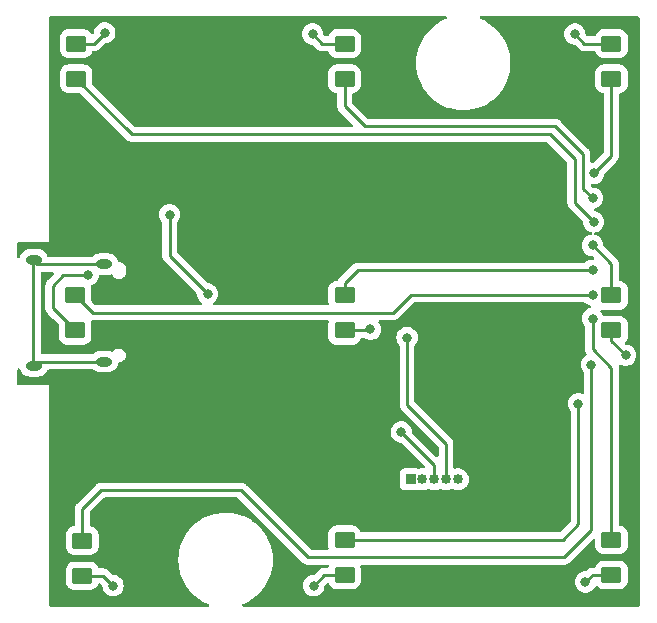
<source format=gtl>
G04 #@! TF.GenerationSoftware,KiCad,Pcbnew,7.0.9*
G04 #@! TF.CreationDate,2023-11-26T00:11:53+01:00*
G04 #@! TF.ProjectId,v1,76312e6b-6963-4616-945f-706362585858,rev?*
G04 #@! TF.SameCoordinates,Original*
G04 #@! TF.FileFunction,Copper,L1,Top*
G04 #@! TF.FilePolarity,Positive*
%FSLAX46Y46*%
G04 Gerber Fmt 4.6, Leading zero omitted, Abs format (unit mm)*
G04 Created by KiCad (PCBNEW 7.0.9) date 2023-11-26 00:11:53*
%MOMM*%
%LPD*%
G01*
G04 APERTURE LIST*
G04 Aperture macros list*
%AMRoundRect*
0 Rectangle with rounded corners*
0 $1 Rounding radius*
0 $2 $3 $4 $5 $6 $7 $8 $9 X,Y pos of 4 corners*
0 Add a 4 corners polygon primitive as box body*
4,1,4,$2,$3,$4,$5,$6,$7,$8,$9,$2,$3,0*
0 Add four circle primitives for the rounded corners*
1,1,$1+$1,$2,$3*
1,1,$1+$1,$4,$5*
1,1,$1+$1,$6,$7*
1,1,$1+$1,$8,$9*
0 Add four rect primitives between the rounded corners*
20,1,$1+$1,$2,$3,$4,$5,0*
20,1,$1+$1,$4,$5,$6,$7,0*
20,1,$1+$1,$6,$7,$8,$9,0*
20,1,$1+$1,$8,$9,$2,$3,0*%
G04 Aperture macros list end*
G04 #@! TA.AperFunction,ComponentPad*
%ADD10R,0.850000X0.850000*%
G04 #@! TD*
G04 #@! TA.AperFunction,ComponentPad*
%ADD11O,0.850000X0.850000*%
G04 #@! TD*
G04 #@! TA.AperFunction,SMDPad,CuDef*
%ADD12RoundRect,0.250001X-0.624999X0.462499X-0.624999X-0.462499X0.624999X-0.462499X0.624999X0.462499X0*%
G04 #@! TD*
G04 #@! TA.AperFunction,SMDPad,CuDef*
%ADD13RoundRect,0.250001X0.624999X-0.462499X0.624999X0.462499X-0.624999X0.462499X-0.624999X-0.462499X0*%
G04 #@! TD*
G04 #@! TA.AperFunction,ComponentPad*
%ADD14O,1.400000X0.800000*%
G04 #@! TD*
G04 #@! TA.AperFunction,ViaPad*
%ADD15C,0.800000*%
G04 #@! TD*
G04 #@! TA.AperFunction,Conductor*
%ADD16C,0.250000*%
G04 #@! TD*
G04 APERTURE END LIST*
D10*
X153320000Y-115400000D03*
D11*
X154320000Y-115400000D03*
X155320000Y-115400000D03*
X156320000Y-115400000D03*
X157320000Y-115400000D03*
D12*
X125000000Y-78512500D03*
X125000000Y-81487500D03*
D13*
X125520000Y-123575000D03*
X125520000Y-120600000D03*
X124920000Y-102800000D03*
X124920000Y-99825000D03*
D12*
X147720000Y-78512500D03*
X147720000Y-81487500D03*
D13*
X170320000Y-102800000D03*
X170320000Y-99825000D03*
X147720000Y-102800000D03*
X147720000Y-99825000D03*
D12*
X170320000Y-78512500D03*
X170320000Y-81487500D03*
D13*
X147720000Y-123500000D03*
X147720000Y-120525000D03*
X170320000Y-123500000D03*
X170320000Y-120525000D03*
D14*
X121420000Y-105800000D03*
X127370000Y-105440000D03*
X127370000Y-97180000D03*
X121420000Y-96820000D03*
D15*
X152520000Y-111400000D03*
X168720000Y-101800000D03*
X168820000Y-89500000D03*
X168820000Y-93600000D03*
X168720000Y-95600000D03*
X168720000Y-97700000D03*
X168720000Y-99800000D03*
X159620000Y-109500000D03*
X156120000Y-109400000D03*
X157820000Y-110100000D03*
X124920000Y-113900000D03*
X129920000Y-113800000D03*
X127420000Y-114500000D03*
X145020000Y-77700000D03*
X167220000Y-77700000D03*
X126020000Y-98100000D03*
X149920000Y-102700000D03*
X168120000Y-124100000D03*
X145120000Y-124400000D03*
X171520000Y-104900000D03*
X127420000Y-77600000D03*
X128120000Y-124400000D03*
X168720000Y-91600000D03*
X167520000Y-109000000D03*
X168620000Y-105700000D03*
X136120000Y-99700000D03*
X132920000Y-93000000D03*
X153020000Y-103400000D03*
D16*
X167520000Y-119200000D02*
X166195000Y-120525000D01*
X166195000Y-120525000D02*
X147720000Y-120525000D01*
X167520000Y-109000000D02*
X167520000Y-119200000D01*
X153020000Y-109100000D02*
X156320000Y-112400000D01*
X153020000Y-103400000D02*
X153020000Y-109100000D01*
X156320000Y-112400000D02*
X156320000Y-115400000D01*
X155320000Y-114200000D02*
X152520000Y-111400000D01*
X155320000Y-115400000D02*
X155320000Y-114200000D01*
X168720000Y-101800000D02*
X168720000Y-104400000D01*
X168720000Y-104400000D02*
X170320000Y-106000000D01*
X170320000Y-106000000D02*
X170320000Y-120525000D01*
X168820000Y-89500000D02*
X170320000Y-88000000D01*
X170320000Y-88000000D02*
X170320000Y-81487500D01*
X165120000Y-86200000D02*
X129712500Y-86200000D01*
X129712500Y-86200000D02*
X125000000Y-81487500D01*
X167220000Y-88300000D02*
X165120000Y-86200000D01*
X167220000Y-92000000D02*
X167220000Y-88300000D01*
X168820000Y-93600000D02*
X167220000Y-92000000D01*
X170320000Y-97200000D02*
X170320000Y-99825000D01*
X168720000Y-95600000D02*
X170320000Y-97200000D01*
X147720000Y-98800000D02*
X147720000Y-99825000D01*
X148820000Y-97700000D02*
X147720000Y-98800000D01*
X168720000Y-97700000D02*
X148820000Y-97700000D01*
X168720000Y-99800000D02*
X153320000Y-99800000D01*
X153320000Y-99800000D02*
X151820000Y-101300000D01*
X126395000Y-101300000D02*
X124920000Y-99825000D01*
X151820000Y-101300000D02*
X126395000Y-101300000D01*
X170320000Y-78512500D02*
X168032500Y-78512500D01*
X127310000Y-97200000D02*
X121720000Y-97200000D01*
X170320000Y-103700000D02*
X171520000Y-104900000D01*
X125000000Y-78512500D02*
X126507500Y-78512500D01*
X124920000Y-102800000D02*
X123020000Y-100900000D01*
X121720000Y-105460000D02*
X121360000Y-105820000D01*
X121720000Y-97200000D02*
X121360000Y-96840000D01*
X168720000Y-123500000D02*
X168120000Y-124100000D01*
X121360000Y-105820000D02*
X121360000Y-96840000D01*
X123020000Y-100900000D02*
X123020000Y-99000000D01*
X122820000Y-105460000D02*
X121720000Y-105460000D01*
X123920000Y-98100000D02*
X126020000Y-98100000D01*
X125520000Y-123575000D02*
X127295000Y-123575000D01*
X146020000Y-123500000D02*
X145120000Y-124400000D01*
X147720000Y-78512500D02*
X145832500Y-78512500D01*
X127310000Y-105460000D02*
X122820000Y-105460000D01*
X168032500Y-78512500D02*
X167220000Y-77700000D01*
X170320000Y-123500000D02*
X168720000Y-123500000D01*
X127295000Y-123575000D02*
X128120000Y-124400000D01*
X123020000Y-99000000D02*
X123920000Y-98100000D01*
X147720000Y-123500000D02*
X146020000Y-123500000D01*
X147720000Y-102800000D02*
X149820000Y-102800000D01*
X170320000Y-102800000D02*
X170320000Y-103700000D01*
X149820000Y-102800000D02*
X149920000Y-102700000D01*
X145832500Y-78512500D02*
X145020000Y-77700000D01*
X126507500Y-78512500D02*
X127420000Y-77600000D01*
X165520000Y-85500000D02*
X149420000Y-85500000D01*
X167920000Y-87900000D02*
X165520000Y-85500000D01*
X147720000Y-83800000D02*
X147720000Y-81487500D01*
X167920000Y-90800000D02*
X167920000Y-87900000D01*
X149420000Y-85500000D02*
X147720000Y-83800000D01*
X168720000Y-91600000D02*
X167920000Y-90800000D01*
X138920000Y-116300000D02*
X127120000Y-116300000D01*
X125520000Y-117900000D02*
X125520000Y-120600000D01*
X168620000Y-119700000D02*
X166320000Y-122000000D01*
X168620000Y-105700000D02*
X168620000Y-119700000D01*
X166320000Y-122000000D02*
X144620000Y-122000000D01*
X144620000Y-122000000D02*
X138920000Y-116300000D01*
X127120000Y-116300000D02*
X125520000Y-117900000D01*
X132920000Y-96500000D02*
X136120000Y-99700000D01*
X132920000Y-93000000D02*
X132920000Y-96500000D01*
G04 #@! TA.AperFunction,Conductor*
G36*
X156338164Y-76220185D02*
G01*
X156383919Y-76272989D01*
X156393863Y-76342147D01*
X156364838Y-76405703D01*
X156312901Y-76441250D01*
X156276664Y-76454216D01*
X156241267Y-76466881D01*
X156241265Y-76466882D01*
X155886409Y-76634716D01*
X155549721Y-76836520D01*
X155234421Y-77070362D01*
X154943572Y-77333972D01*
X154679962Y-77624821D01*
X154446120Y-77940121D01*
X154244316Y-78276809D01*
X154076482Y-78631665D01*
X154076474Y-78631685D01*
X153944242Y-79001250D01*
X153944239Y-79001258D01*
X153944239Y-79001261D01*
X153928277Y-79064986D01*
X153848860Y-79382032D01*
X153799469Y-79714999D01*
X153791261Y-79770331D01*
X153772000Y-80162400D01*
X153791261Y-80554469D01*
X153791261Y-80554474D01*
X153791262Y-80554478D01*
X153848860Y-80942767D01*
X153944242Y-81323549D01*
X154076474Y-81693114D01*
X154076482Y-81693134D01*
X154244316Y-82047990D01*
X154376986Y-82269335D01*
X154446122Y-82384681D01*
X154675659Y-82694177D01*
X154679962Y-82699978D01*
X154943572Y-82990827D01*
X155234421Y-83254437D01*
X155234427Y-83254442D01*
X155549719Y-83488278D01*
X155595812Y-83515905D01*
X155886409Y-83690083D01*
X155886412Y-83690084D01*
X155886413Y-83690085D01*
X156241266Y-83857918D01*
X156241280Y-83857923D01*
X156241285Y-83857925D01*
X156517598Y-83956791D01*
X156610861Y-83990161D01*
X156991639Y-84085541D01*
X157379931Y-84143139D01*
X157772000Y-84162400D01*
X158164069Y-84143139D01*
X158552361Y-84085541D01*
X158933139Y-83990161D01*
X159302734Y-83857918D01*
X159657587Y-83690085D01*
X159994281Y-83488278D01*
X160309573Y-83254442D01*
X160600427Y-82990827D01*
X160864042Y-82699973D01*
X161097878Y-82384681D01*
X161299685Y-82047987D01*
X161467518Y-81693134D01*
X161599761Y-81323539D01*
X161695141Y-80942761D01*
X161752739Y-80554469D01*
X161772000Y-80162400D01*
X161752739Y-79770331D01*
X161695141Y-79382039D01*
X161599761Y-79001261D01*
X161467518Y-78631666D01*
X161299685Y-78276813D01*
X161297332Y-78272888D01*
X161165147Y-78052350D01*
X161097878Y-77940119D01*
X160919794Y-77700000D01*
X166314540Y-77700000D01*
X166334326Y-77888256D01*
X166334327Y-77888259D01*
X166392818Y-78068277D01*
X166392821Y-78068284D01*
X166487467Y-78232216D01*
X166614129Y-78372888D01*
X166767265Y-78484148D01*
X166767270Y-78484151D01*
X166940192Y-78561142D01*
X166940197Y-78561144D01*
X167125354Y-78600500D01*
X167184548Y-78600500D01*
X167251587Y-78620185D01*
X167272229Y-78636819D01*
X167531694Y-78896284D01*
X167541519Y-78908548D01*
X167541740Y-78908366D01*
X167546710Y-78914373D01*
X167546713Y-78914376D01*
X167546714Y-78914377D01*
X167597151Y-78961741D01*
X167618030Y-78982620D01*
X167623504Y-78986866D01*
X167627942Y-78990656D01*
X167661918Y-79022562D01*
X167666380Y-79025015D01*
X167679473Y-79032213D01*
X167695731Y-79042892D01*
X167711564Y-79055174D01*
X167733515Y-79064672D01*
X167754337Y-79073683D01*
X167759581Y-79076252D01*
X167800408Y-79098697D01*
X167819812Y-79103679D01*
X167838210Y-79109978D01*
X167856605Y-79117938D01*
X167902629Y-79125226D01*
X167908332Y-79126407D01*
X167953481Y-79138000D01*
X167973516Y-79138000D01*
X167992913Y-79139526D01*
X168012696Y-79142660D01*
X168059084Y-79138275D01*
X168064922Y-79138000D01*
X168868841Y-79138000D01*
X168935880Y-79157685D01*
X168981635Y-79210489D01*
X168986547Y-79222996D01*
X169010185Y-79294331D01*
X169010190Y-79294342D01*
X169102286Y-79443651D01*
X169102289Y-79443655D01*
X169226344Y-79567710D01*
X169226348Y-79567713D01*
X169375662Y-79659812D01*
X169375664Y-79659813D01*
X169375666Y-79659814D01*
X169542203Y-79714999D01*
X169644992Y-79725500D01*
X169644997Y-79725500D01*
X170995003Y-79725500D01*
X170995008Y-79725500D01*
X171097797Y-79714999D01*
X171264334Y-79659814D01*
X171413655Y-79567711D01*
X171537711Y-79443655D01*
X171629814Y-79294334D01*
X171684999Y-79127797D01*
X171695500Y-79025008D01*
X171695500Y-77999992D01*
X171684999Y-77897203D01*
X171629814Y-77730666D01*
X171629808Y-77730657D01*
X171537713Y-77581348D01*
X171537710Y-77581344D01*
X171413655Y-77457289D01*
X171413651Y-77457286D01*
X171264337Y-77365187D01*
X171264335Y-77365186D01*
X171181065Y-77337593D01*
X171097797Y-77310001D01*
X171097795Y-77310000D01*
X170995015Y-77299500D01*
X170995008Y-77299500D01*
X169644992Y-77299500D01*
X169644984Y-77299500D01*
X169542204Y-77310000D01*
X169542203Y-77310001D01*
X169375664Y-77365186D01*
X169375662Y-77365187D01*
X169226348Y-77457286D01*
X169226344Y-77457289D01*
X169102289Y-77581344D01*
X169102286Y-77581348D01*
X169010190Y-77730657D01*
X169010185Y-77730668D01*
X168986547Y-77802004D01*
X168946774Y-77859449D01*
X168882258Y-77886272D01*
X168868841Y-77887000D01*
X168342953Y-77887000D01*
X168275914Y-77867315D01*
X168255272Y-77850681D01*
X168158960Y-77754369D01*
X168125475Y-77693046D01*
X168123323Y-77679668D01*
X168105674Y-77511744D01*
X168047179Y-77331716D01*
X167952533Y-77167784D01*
X167825871Y-77027112D01*
X167825870Y-77027111D01*
X167672734Y-76915851D01*
X167672729Y-76915848D01*
X167499807Y-76838857D01*
X167499802Y-76838855D01*
X167354001Y-76807865D01*
X167314646Y-76799500D01*
X167125354Y-76799500D01*
X167092897Y-76806398D01*
X166940197Y-76838855D01*
X166940192Y-76838857D01*
X166767270Y-76915848D01*
X166767265Y-76915851D01*
X166614129Y-77027111D01*
X166487466Y-77167785D01*
X166392821Y-77331715D01*
X166392818Y-77331722D01*
X166334327Y-77511740D01*
X166334326Y-77511744D01*
X166314540Y-77700000D01*
X160919794Y-77700000D01*
X160864042Y-77624827D01*
X160858656Y-77618884D01*
X160600427Y-77333972D01*
X160309578Y-77070362D01*
X160306103Y-77067785D01*
X159994281Y-76836522D01*
X159959794Y-76815851D01*
X159657590Y-76634716D01*
X159302734Y-76466882D01*
X159302732Y-76466881D01*
X159281101Y-76459141D01*
X159231099Y-76441250D01*
X159174612Y-76400133D01*
X159149320Y-76335001D01*
X159163257Y-76266536D01*
X159211996Y-76216473D01*
X159272875Y-76200500D01*
X172582700Y-76200500D01*
X172649739Y-76220185D01*
X172695494Y-76272989D01*
X172706700Y-76324500D01*
X172706700Y-126062700D01*
X172687015Y-126129739D01*
X172634211Y-126175494D01*
X172582700Y-126186700D01*
X139156075Y-126186700D01*
X139089036Y-126167015D01*
X139043281Y-126114211D01*
X139033337Y-126045053D01*
X139062362Y-125981497D01*
X139114298Y-125945949D01*
X139185934Y-125920318D01*
X139540787Y-125752485D01*
X139877481Y-125550678D01*
X140192773Y-125316842D01*
X140483627Y-125053227D01*
X140747242Y-124762373D01*
X140981078Y-124447081D01*
X141182885Y-124110387D01*
X141350718Y-123755534D01*
X141482961Y-123385939D01*
X141578341Y-123005161D01*
X141635939Y-122616869D01*
X141655200Y-122224800D01*
X141635939Y-121832731D01*
X141578341Y-121444439D01*
X141482961Y-121063661D01*
X141350718Y-120694066D01*
X141182885Y-120339213D01*
X141135460Y-120260090D01*
X141032004Y-120087484D01*
X140981078Y-120002519D01*
X140747242Y-119687227D01*
X140747237Y-119687221D01*
X140483627Y-119396372D01*
X140192778Y-119132762D01*
X139983064Y-118977228D01*
X139877481Y-118898922D01*
X139861840Y-118889547D01*
X139540790Y-118697116D01*
X139185934Y-118529282D01*
X139185914Y-118529274D01*
X138816349Y-118397042D01*
X138816343Y-118397040D01*
X138816339Y-118397039D01*
X138627444Y-118349723D01*
X138435567Y-118301660D01*
X138435562Y-118301659D01*
X138435561Y-118301659D01*
X138339605Y-118287425D01*
X138047278Y-118244062D01*
X138047274Y-118244061D01*
X138047269Y-118244061D01*
X137655200Y-118224800D01*
X137263131Y-118244061D01*
X137263125Y-118244061D01*
X137263121Y-118244062D01*
X136874832Y-118301660D01*
X136587386Y-118373662D01*
X136494061Y-118397039D01*
X136494058Y-118397039D01*
X136494050Y-118397042D01*
X136124485Y-118529274D01*
X136124465Y-118529282D01*
X135769609Y-118697116D01*
X135432921Y-118898920D01*
X135117621Y-119132762D01*
X134826772Y-119396372D01*
X134563162Y-119687221D01*
X134329320Y-120002521D01*
X134127516Y-120339209D01*
X133959682Y-120694065D01*
X133959674Y-120694085D01*
X133827442Y-121063650D01*
X133827439Y-121063658D01*
X133827439Y-121063661D01*
X133815202Y-121112515D01*
X133732060Y-121444432D01*
X133677388Y-121813000D01*
X133674461Y-121832731D01*
X133655200Y-122224800D01*
X133674461Y-122616869D01*
X133674461Y-122616874D01*
X133674462Y-122616878D01*
X133708586Y-122846923D01*
X133719631Y-122921382D01*
X133732060Y-123005167D01*
X133757037Y-123104880D01*
X133809882Y-123315849D01*
X133827442Y-123385949D01*
X133959674Y-123755514D01*
X133959682Y-123755534D01*
X134127516Y-124110390D01*
X134319774Y-124431151D01*
X134329322Y-124447081D01*
X134533448Y-124722314D01*
X134563162Y-124762378D01*
X134826772Y-125053227D01*
X135099596Y-125300500D01*
X135117627Y-125316842D01*
X135432919Y-125550678D01*
X135432921Y-125550679D01*
X135769609Y-125752483D01*
X135769612Y-125752484D01*
X135769613Y-125752485D01*
X136124466Y-125920318D01*
X136196100Y-125945949D01*
X136252588Y-125987067D01*
X136277880Y-126052199D01*
X136263943Y-126120664D01*
X136215204Y-126170727D01*
X136154325Y-126186700D01*
X122844500Y-126186700D01*
X122777461Y-126167015D01*
X122731706Y-126114211D01*
X122720500Y-126062700D01*
X122720500Y-124087515D01*
X124144500Y-124087515D01*
X124155000Y-124190295D01*
X124155001Y-124190297D01*
X124170417Y-124236819D01*
X124210186Y-124356835D01*
X124210187Y-124356837D01*
X124302286Y-124506151D01*
X124302289Y-124506155D01*
X124426344Y-124630210D01*
X124426348Y-124630213D01*
X124575662Y-124722312D01*
X124575664Y-124722313D01*
X124575666Y-124722314D01*
X124742203Y-124777499D01*
X124844992Y-124788000D01*
X124844997Y-124788000D01*
X126195003Y-124788000D01*
X126195008Y-124788000D01*
X126297797Y-124777499D01*
X126464334Y-124722314D01*
X126613655Y-124630211D01*
X126737711Y-124506155D01*
X126829814Y-124356834D01*
X126853453Y-124285495D01*
X126893226Y-124228051D01*
X126957742Y-124201228D01*
X126971159Y-124200500D01*
X126984548Y-124200500D01*
X127051587Y-124220185D01*
X127072223Y-124236814D01*
X127181039Y-124345630D01*
X127214523Y-124406952D01*
X127216678Y-124420348D01*
X127219488Y-124447078D01*
X127234326Y-124588256D01*
X127234327Y-124588259D01*
X127292818Y-124768277D01*
X127292821Y-124768284D01*
X127387467Y-124932216D01*
X127496426Y-125053227D01*
X127514129Y-125072888D01*
X127667265Y-125184148D01*
X127667270Y-125184151D01*
X127840192Y-125261142D01*
X127840197Y-125261144D01*
X128025354Y-125300500D01*
X128025355Y-125300500D01*
X128214644Y-125300500D01*
X128214646Y-125300500D01*
X128399803Y-125261144D01*
X128572730Y-125184151D01*
X128725871Y-125072888D01*
X128852533Y-124932216D01*
X128947179Y-124768284D01*
X129005674Y-124588256D01*
X129025460Y-124400000D01*
X129005674Y-124211744D01*
X128947179Y-124031716D01*
X128852533Y-123867784D01*
X128725871Y-123727112D01*
X128725870Y-123727111D01*
X128572734Y-123615851D01*
X128572729Y-123615848D01*
X128399807Y-123538857D01*
X128399802Y-123538855D01*
X128254001Y-123507865D01*
X128214646Y-123499500D01*
X128214645Y-123499500D01*
X128155453Y-123499500D01*
X128088414Y-123479815D01*
X128067772Y-123463181D01*
X127795803Y-123191212D01*
X127785980Y-123178950D01*
X127785759Y-123179134D01*
X127780786Y-123173123D01*
X127770198Y-123163180D01*
X127730364Y-123125773D01*
X127719919Y-123115328D01*
X127709475Y-123104883D01*
X127703986Y-123100625D01*
X127699561Y-123096847D01*
X127665582Y-123064938D01*
X127665580Y-123064936D01*
X127665577Y-123064935D01*
X127648029Y-123055288D01*
X127631763Y-123044604D01*
X127615936Y-123032327D01*
X127615935Y-123032326D01*
X127615933Y-123032325D01*
X127573168Y-123013818D01*
X127567922Y-123011248D01*
X127527093Y-122988803D01*
X127527092Y-122988802D01*
X127507693Y-122983822D01*
X127489281Y-122977518D01*
X127470898Y-122969562D01*
X127470892Y-122969560D01*
X127424874Y-122962272D01*
X127419152Y-122961087D01*
X127374021Y-122949500D01*
X127374019Y-122949500D01*
X127353984Y-122949500D01*
X127334586Y-122947973D01*
X127327162Y-122946797D01*
X127314805Y-122944840D01*
X127314804Y-122944840D01*
X127268416Y-122949225D01*
X127262578Y-122949500D01*
X126971159Y-122949500D01*
X126904120Y-122929815D01*
X126858365Y-122877011D01*
X126853453Y-122864504D01*
X126847627Y-122846923D01*
X126829814Y-122793166D01*
X126829810Y-122793160D01*
X126829809Y-122793157D01*
X126737713Y-122643848D01*
X126737710Y-122643844D01*
X126613655Y-122519789D01*
X126613651Y-122519786D01*
X126464337Y-122427687D01*
X126464335Y-122427686D01*
X126361074Y-122393469D01*
X126297797Y-122372501D01*
X126297795Y-122372500D01*
X126195015Y-122362000D01*
X126195008Y-122362000D01*
X124844992Y-122362000D01*
X124844984Y-122362000D01*
X124742204Y-122372500D01*
X124742203Y-122372501D01*
X124575664Y-122427686D01*
X124575662Y-122427687D01*
X124426348Y-122519786D01*
X124426344Y-122519789D01*
X124302289Y-122643844D01*
X124302286Y-122643848D01*
X124210187Y-122793162D01*
X124210186Y-122793164D01*
X124155001Y-122959703D01*
X124155000Y-122959704D01*
X124144500Y-123062484D01*
X124144500Y-124087515D01*
X122720500Y-124087515D01*
X122720500Y-111400000D01*
X151614540Y-111400000D01*
X151634326Y-111588256D01*
X151634327Y-111588259D01*
X151692818Y-111768277D01*
X151692821Y-111768284D01*
X151787467Y-111932216D01*
X151899106Y-112056203D01*
X151914129Y-112072888D01*
X152067265Y-112184148D01*
X152067270Y-112184151D01*
X152240192Y-112261142D01*
X152240197Y-112261144D01*
X152425354Y-112300500D01*
X152484548Y-112300500D01*
X152551587Y-112320185D01*
X152572229Y-112336819D01*
X154498229Y-114262819D01*
X154531714Y-114324142D01*
X154526730Y-114393834D01*
X154484858Y-114449767D01*
X154419394Y-114474184D01*
X154410548Y-114474500D01*
X154222726Y-114474500D01*
X154032429Y-114514948D01*
X154026245Y-114516958D01*
X154025349Y-114514201D01*
X153968341Y-114521511D01*
X153944527Y-114515239D01*
X153852482Y-114480908D01*
X153852483Y-114480908D01*
X153792883Y-114474501D01*
X153792881Y-114474500D01*
X153792873Y-114474500D01*
X153792864Y-114474500D01*
X152847129Y-114474500D01*
X152847123Y-114474501D01*
X152787516Y-114480908D01*
X152652671Y-114531202D01*
X152652664Y-114531206D01*
X152537455Y-114617452D01*
X152537452Y-114617455D01*
X152451206Y-114732664D01*
X152451202Y-114732671D01*
X152400908Y-114867517D01*
X152394501Y-114927116D01*
X152394500Y-114927135D01*
X152394500Y-115872870D01*
X152394501Y-115872876D01*
X152400908Y-115932483D01*
X152451202Y-116067328D01*
X152451206Y-116067335D01*
X152537452Y-116182544D01*
X152537455Y-116182547D01*
X152652664Y-116268793D01*
X152652671Y-116268797D01*
X152787517Y-116319091D01*
X152787516Y-116319091D01*
X152794444Y-116319835D01*
X152847127Y-116325500D01*
X153792872Y-116325499D01*
X153852483Y-116319091D01*
X153944530Y-116284759D01*
X154014218Y-116279776D01*
X154026039Y-116283678D01*
X154026246Y-116283042D01*
X154032426Y-116285049D01*
X154032429Y-116285051D01*
X154222726Y-116325500D01*
X154417274Y-116325500D01*
X154607566Y-116285052D01*
X154607565Y-116285052D01*
X154607571Y-116285051D01*
X154769569Y-116212925D01*
X154838815Y-116203642D01*
X154870425Y-116212922D01*
X155032429Y-116285051D01*
X155032432Y-116285051D01*
X155032433Y-116285052D01*
X155222726Y-116325500D01*
X155417274Y-116325500D01*
X155607566Y-116285052D01*
X155607565Y-116285052D01*
X155607571Y-116285051D01*
X155769569Y-116212925D01*
X155838815Y-116203642D01*
X155870425Y-116212922D01*
X156032429Y-116285051D01*
X156032432Y-116285051D01*
X156032433Y-116285052D01*
X156222726Y-116325500D01*
X156417274Y-116325500D01*
X156607566Y-116285052D01*
X156607565Y-116285052D01*
X156607571Y-116285051D01*
X156769569Y-116212925D01*
X156838815Y-116203642D01*
X156870425Y-116212922D01*
X157032429Y-116285051D01*
X157032432Y-116285051D01*
X157032433Y-116285052D01*
X157222726Y-116325500D01*
X157417274Y-116325500D01*
X157607571Y-116285051D01*
X157785299Y-116205922D01*
X157942692Y-116091569D01*
X157964513Y-116067335D01*
X157970895Y-116060245D01*
X158072870Y-115946992D01*
X158170144Y-115778508D01*
X158230262Y-115593482D01*
X158250598Y-115400000D01*
X158230262Y-115206518D01*
X158170144Y-115021492D01*
X158170143Y-115021491D01*
X158170143Y-115021489D01*
X158170142Y-115021488D01*
X158115667Y-114927135D01*
X158072870Y-114853008D01*
X158021882Y-114796381D01*
X157942697Y-114708435D01*
X157942694Y-114708433D01*
X157942693Y-114708432D01*
X157942692Y-114708431D01*
X157817475Y-114617455D01*
X157785297Y-114594076D01*
X157644076Y-114531202D01*
X157607571Y-114514949D01*
X157607569Y-114514948D01*
X157417274Y-114474500D01*
X157222726Y-114474500D01*
X157095281Y-114501589D01*
X157025614Y-114496273D01*
X156969880Y-114454136D01*
X156945775Y-114388556D01*
X156945500Y-114380299D01*
X156945500Y-112482742D01*
X156947224Y-112467122D01*
X156946939Y-112467095D01*
X156947673Y-112459333D01*
X156945500Y-112390172D01*
X156945500Y-112360656D01*
X156945500Y-112360650D01*
X156944631Y-112353779D01*
X156944173Y-112347952D01*
X156943823Y-112336819D01*
X156942710Y-112301373D01*
X156937119Y-112282130D01*
X156933173Y-112263078D01*
X156930664Y-112243208D01*
X156913504Y-112199867D01*
X156911624Y-112194379D01*
X156898618Y-112149610D01*
X156888422Y-112132370D01*
X156879861Y-112114894D01*
X156872487Y-112096270D01*
X156872486Y-112096268D01*
X156845079Y-112058545D01*
X156841888Y-112053686D01*
X156818172Y-112013583D01*
X156818165Y-112013574D01*
X156804006Y-111999415D01*
X156791368Y-111984619D01*
X156779594Y-111968413D01*
X156743688Y-111938709D01*
X156739376Y-111934786D01*
X153681819Y-108877228D01*
X153648334Y-108815905D01*
X153645500Y-108789547D01*
X153645500Y-104098687D01*
X153665185Y-104031648D01*
X153677350Y-104015715D01*
X153709674Y-103979815D01*
X153752533Y-103932216D01*
X153847179Y-103768284D01*
X153905674Y-103588256D01*
X153925460Y-103400000D01*
X153905674Y-103211744D01*
X153847179Y-103031716D01*
X153752533Y-102867784D01*
X153625871Y-102727112D01*
X153625870Y-102727111D01*
X153472734Y-102615851D01*
X153472729Y-102615848D01*
X153299807Y-102538857D01*
X153299802Y-102538855D01*
X153154001Y-102507865D01*
X153114646Y-102499500D01*
X152925354Y-102499500D01*
X152892897Y-102506398D01*
X152740197Y-102538855D01*
X152740192Y-102538857D01*
X152567270Y-102615848D01*
X152567265Y-102615851D01*
X152414129Y-102727111D01*
X152287466Y-102867785D01*
X152192821Y-103031715D01*
X152192818Y-103031722D01*
X152134327Y-103211740D01*
X152134326Y-103211744D01*
X152114540Y-103400000D01*
X152134326Y-103588256D01*
X152134327Y-103588259D01*
X152192818Y-103768277D01*
X152192821Y-103768284D01*
X152287467Y-103932216D01*
X152330326Y-103979815D01*
X152362650Y-104015715D01*
X152392880Y-104078706D01*
X152394500Y-104098687D01*
X152394500Y-109017255D01*
X152392775Y-109032872D01*
X152393061Y-109032899D01*
X152392326Y-109040665D01*
X152394500Y-109109814D01*
X152394500Y-109139343D01*
X152394501Y-109139360D01*
X152395368Y-109146231D01*
X152395826Y-109152050D01*
X152397290Y-109198624D01*
X152397291Y-109198627D01*
X152402880Y-109217867D01*
X152406824Y-109236911D01*
X152409336Y-109256791D01*
X152426490Y-109300119D01*
X152428382Y-109305647D01*
X152441381Y-109350388D01*
X152451580Y-109367634D01*
X152460138Y-109385103D01*
X152467514Y-109403732D01*
X152494898Y-109441423D01*
X152498106Y-109446307D01*
X152521827Y-109486416D01*
X152521833Y-109486424D01*
X152535990Y-109500580D01*
X152548628Y-109515376D01*
X152560405Y-109531586D01*
X152560406Y-109531587D01*
X152596309Y-109561288D01*
X152600620Y-109565210D01*
X154247150Y-111211740D01*
X155658181Y-112622771D01*
X155691666Y-112684094D01*
X155694500Y-112710452D01*
X155694500Y-113390547D01*
X155674815Y-113457586D01*
X155622011Y-113503341D01*
X155552853Y-113513285D01*
X155489297Y-113484260D01*
X155482819Y-113478228D01*
X153458960Y-111454369D01*
X153425475Y-111393046D01*
X153423323Y-111379668D01*
X153405674Y-111211744D01*
X153347179Y-111031716D01*
X153252533Y-110867784D01*
X153125871Y-110727112D01*
X153125870Y-110727111D01*
X152972734Y-110615851D01*
X152972729Y-110615848D01*
X152799807Y-110538857D01*
X152799802Y-110538855D01*
X152654001Y-110507865D01*
X152614646Y-110499500D01*
X152425354Y-110499500D01*
X152392897Y-110506398D01*
X152240197Y-110538855D01*
X152240192Y-110538857D01*
X152067270Y-110615848D01*
X152067265Y-110615851D01*
X151914129Y-110727111D01*
X151787466Y-110867785D01*
X151692821Y-111031715D01*
X151692818Y-111031722D01*
X151634327Y-111211740D01*
X151634326Y-111211744D01*
X151614540Y-111400000D01*
X122720500Y-111400000D01*
X122720500Y-107424759D01*
X122720528Y-107424616D01*
X122720524Y-107424616D01*
X122720539Y-107400002D01*
X122720541Y-107400000D01*
X122720462Y-107399808D01*
X122720384Y-107399618D01*
X122720382Y-107399616D01*
X122720099Y-107399500D01*
X122720000Y-107399459D01*
X122695446Y-107399459D01*
X122695240Y-107399500D01*
X120144294Y-107399500D01*
X120077255Y-107379815D01*
X120031500Y-107327011D01*
X120020294Y-107275705D01*
X120018388Y-106122829D01*
X120037962Y-106055760D01*
X120090690Y-106009918D01*
X120159832Y-105999860D01*
X120223436Y-106028780D01*
X120254038Y-106074833D01*
X120256212Y-106073866D01*
X120335848Y-106252729D01*
X120335851Y-106252734D01*
X120447111Y-106405870D01*
X120447112Y-106405871D01*
X120587784Y-106532533D01*
X120751716Y-106627179D01*
X120931744Y-106685674D01*
X121072808Y-106700500D01*
X121072812Y-106700500D01*
X121767188Y-106700500D01*
X121767192Y-106700500D01*
X121908256Y-106685674D01*
X122088284Y-106627179D01*
X122252216Y-106532533D01*
X122392888Y-106405871D01*
X122504151Y-106252730D01*
X122513285Y-106232216D01*
X122545855Y-106159064D01*
X122591105Y-106105827D01*
X122657954Y-106085506D01*
X122659134Y-106085500D01*
X122740981Y-106085500D01*
X126393525Y-106085500D01*
X126460564Y-106105185D01*
X126476497Y-106117350D01*
X126537784Y-106172533D01*
X126701716Y-106267179D01*
X126881744Y-106325674D01*
X127022808Y-106340500D01*
X127022812Y-106340500D01*
X127717188Y-106340500D01*
X127717192Y-106340500D01*
X127858256Y-106325674D01*
X128038284Y-106267179D01*
X128202216Y-106172533D01*
X128342888Y-106045871D01*
X128454151Y-105892730D01*
X128512738Y-105761144D01*
X128531142Y-105719808D01*
X128531142Y-105719807D01*
X128531144Y-105719803D01*
X128560516Y-105581613D01*
X128593707Y-105520137D01*
X128654869Y-105486360D01*
X128665620Y-105484460D01*
X128693093Y-105480843D01*
X128770236Y-105470687D01*
X128910233Y-105412698D01*
X129030451Y-105320451D01*
X129122698Y-105200233D01*
X129180687Y-105060236D01*
X129200466Y-104910000D01*
X129199149Y-104900000D01*
X129180687Y-104759765D01*
X129180687Y-104759764D01*
X129122698Y-104619767D01*
X129030451Y-104499549D01*
X128910233Y-104407302D01*
X128910229Y-104407300D01*
X128814831Y-104367785D01*
X128770236Y-104349313D01*
X128756171Y-104347461D01*
X128657727Y-104334500D01*
X128657720Y-104334500D01*
X128582280Y-104334500D01*
X128582272Y-104334500D01*
X128469764Y-104349313D01*
X128469763Y-104349313D01*
X128329770Y-104407300D01*
X128329767Y-104407301D01*
X128329767Y-104407302D01*
X128210751Y-104498627D01*
X128209548Y-104499550D01*
X128159146Y-104565234D01*
X128102717Y-104606436D01*
X128032971Y-104610590D01*
X128022453Y-104607677D01*
X127880050Y-104561407D01*
X127858256Y-104554326D01*
X127717192Y-104539500D01*
X127022808Y-104539500D01*
X126881744Y-104554326D01*
X126881741Y-104554326D01*
X126881740Y-104554327D01*
X126701722Y-104612818D01*
X126701715Y-104612821D01*
X126537785Y-104707466D01*
X126432073Y-104802650D01*
X126369082Y-104832880D01*
X126349101Y-104834500D01*
X122109500Y-104834500D01*
X122042461Y-104814815D01*
X121996706Y-104762011D01*
X121985500Y-104710500D01*
X121985500Y-97949500D01*
X122005185Y-97882461D01*
X122057989Y-97836706D01*
X122109500Y-97825500D01*
X123010547Y-97825500D01*
X123077586Y-97845185D01*
X123123341Y-97897989D01*
X123133285Y-97967147D01*
X123104260Y-98030703D01*
X123098228Y-98037181D01*
X122636208Y-98499199D01*
X122623951Y-98509020D01*
X122624134Y-98509241D01*
X122618123Y-98514213D01*
X122570772Y-98564636D01*
X122549889Y-98585519D01*
X122549877Y-98585532D01*
X122545621Y-98591017D01*
X122541837Y-98595447D01*
X122509937Y-98629418D01*
X122509936Y-98629420D01*
X122500284Y-98646976D01*
X122489610Y-98663226D01*
X122477329Y-98679061D01*
X122477324Y-98679068D01*
X122458815Y-98721838D01*
X122456245Y-98727084D01*
X122433803Y-98767906D01*
X122428822Y-98787307D01*
X122422521Y-98805710D01*
X122414562Y-98824102D01*
X122414561Y-98824105D01*
X122407271Y-98870127D01*
X122406087Y-98875846D01*
X122394501Y-98920972D01*
X122394500Y-98920982D01*
X122394500Y-98941016D01*
X122392973Y-98960413D01*
X122392254Y-98964957D01*
X122389840Y-98980194D01*
X122389840Y-98980195D01*
X122394225Y-99026583D01*
X122394500Y-99032421D01*
X122394500Y-100817255D01*
X122392775Y-100832872D01*
X122393061Y-100832899D01*
X122392326Y-100840665D01*
X122394500Y-100909814D01*
X122394500Y-100939343D01*
X122394501Y-100939360D01*
X122395368Y-100946231D01*
X122395826Y-100952050D01*
X122397290Y-100998624D01*
X122397291Y-100998627D01*
X122402880Y-101017867D01*
X122406824Y-101036911D01*
X122409336Y-101056792D01*
X122425781Y-101098329D01*
X122426490Y-101100119D01*
X122428382Y-101105647D01*
X122441381Y-101150388D01*
X122451580Y-101167634D01*
X122460138Y-101185103D01*
X122467514Y-101203732D01*
X122494898Y-101241423D01*
X122498106Y-101246307D01*
X122521827Y-101286416D01*
X122521833Y-101286424D01*
X122535990Y-101300580D01*
X122548628Y-101315376D01*
X122560405Y-101331586D01*
X122560406Y-101331587D01*
X122596309Y-101361288D01*
X122600620Y-101365210D01*
X123057298Y-101821888D01*
X123508181Y-102272771D01*
X123541666Y-102334094D01*
X123544500Y-102360452D01*
X123544500Y-103312515D01*
X123555000Y-103415295D01*
X123555001Y-103415297D01*
X123577816Y-103484148D01*
X123610186Y-103581835D01*
X123610187Y-103581837D01*
X123702286Y-103731151D01*
X123702289Y-103731155D01*
X123826344Y-103855210D01*
X123826348Y-103855213D01*
X123975662Y-103947312D01*
X123975664Y-103947313D01*
X123975666Y-103947314D01*
X124142203Y-104002499D01*
X124244992Y-104013000D01*
X124244997Y-104013000D01*
X125595003Y-104013000D01*
X125595008Y-104013000D01*
X125697797Y-104002499D01*
X125864334Y-103947314D01*
X126013655Y-103855211D01*
X126137711Y-103731155D01*
X126229814Y-103581834D01*
X126284999Y-103415297D01*
X126295500Y-103312508D01*
X126295500Y-102287492D01*
X126284999Y-102184703D01*
X126254655Y-102093133D01*
X126252254Y-102023308D01*
X126287986Y-101963266D01*
X126350506Y-101932073D01*
X126370045Y-101930646D01*
X126375192Y-101930159D01*
X126375196Y-101930160D01*
X126421584Y-101925775D01*
X126427422Y-101925500D01*
X146269172Y-101925500D01*
X146336211Y-101945185D01*
X146381966Y-101997989D01*
X146391910Y-102067147D01*
X146386878Y-102088503D01*
X146355001Y-102184700D01*
X146355000Y-102184704D01*
X146344500Y-102287484D01*
X146344500Y-103312515D01*
X146355000Y-103415295D01*
X146355001Y-103415297D01*
X146377816Y-103484148D01*
X146410186Y-103581835D01*
X146410187Y-103581837D01*
X146502286Y-103731151D01*
X146502289Y-103731155D01*
X146626344Y-103855210D01*
X146626348Y-103855213D01*
X146775662Y-103947312D01*
X146775664Y-103947313D01*
X146775666Y-103947314D01*
X146942203Y-104002499D01*
X147044992Y-104013000D01*
X147044997Y-104013000D01*
X148395003Y-104013000D01*
X148395008Y-104013000D01*
X148497797Y-104002499D01*
X148664334Y-103947314D01*
X148813655Y-103855211D01*
X148937711Y-103731155D01*
X149029814Y-103581834D01*
X149053453Y-103510495D01*
X149093226Y-103453051D01*
X149157742Y-103426228D01*
X149171159Y-103425500D01*
X149346253Y-103425500D01*
X149413292Y-103445185D01*
X149419138Y-103449182D01*
X149467265Y-103484148D01*
X149467270Y-103484151D01*
X149640192Y-103561142D01*
X149640197Y-103561144D01*
X149825354Y-103600500D01*
X149825355Y-103600500D01*
X150014644Y-103600500D01*
X150014646Y-103600500D01*
X150199803Y-103561144D01*
X150372730Y-103484151D01*
X150525871Y-103372888D01*
X150652533Y-103232216D01*
X150747179Y-103068284D01*
X150805674Y-102888256D01*
X150825460Y-102700000D01*
X150805674Y-102511744D01*
X150747952Y-102334094D01*
X150747181Y-102331722D01*
X150747180Y-102331721D01*
X150747179Y-102331716D01*
X150652533Y-102167784D01*
X150620738Y-102132472D01*
X150590508Y-102069480D01*
X150599133Y-102000145D01*
X150643875Y-101946480D01*
X150710527Y-101925522D01*
X150712888Y-101925500D01*
X151737257Y-101925500D01*
X151752877Y-101927224D01*
X151752904Y-101926939D01*
X151760660Y-101927671D01*
X151760667Y-101927673D01*
X151829814Y-101925500D01*
X151859350Y-101925500D01*
X151866228Y-101924630D01*
X151872041Y-101924172D01*
X151918627Y-101922709D01*
X151937869Y-101917117D01*
X151956912Y-101913174D01*
X151976792Y-101910664D01*
X152020122Y-101893507D01*
X152025646Y-101891617D01*
X152029396Y-101890527D01*
X152070390Y-101878618D01*
X152087629Y-101868422D01*
X152105103Y-101859862D01*
X152123727Y-101852488D01*
X152123727Y-101852487D01*
X152123732Y-101852486D01*
X152161449Y-101825082D01*
X152166305Y-101821892D01*
X152206420Y-101798170D01*
X152220589Y-101783999D01*
X152235379Y-101771368D01*
X152251587Y-101759594D01*
X152281299Y-101723676D01*
X152285212Y-101719376D01*
X153542772Y-100461819D01*
X153604095Y-100428334D01*
X153630453Y-100425500D01*
X168016252Y-100425500D01*
X168083291Y-100445185D01*
X168108400Y-100466526D01*
X168114126Y-100472885D01*
X168114130Y-100472889D01*
X168267265Y-100584148D01*
X168267270Y-100584151D01*
X168440192Y-100661142D01*
X168440197Y-100661144D01*
X168522839Y-100678710D01*
X168584321Y-100711902D01*
X168618097Y-100773065D01*
X168613445Y-100842780D01*
X168571840Y-100898912D01*
X168522839Y-100921290D01*
X168440197Y-100938855D01*
X168440192Y-100938857D01*
X168267270Y-101015848D01*
X168267265Y-101015851D01*
X168114129Y-101127111D01*
X167987466Y-101267785D01*
X167892821Y-101431715D01*
X167892818Y-101431722D01*
X167838954Y-101597500D01*
X167834326Y-101611744D01*
X167814540Y-101800000D01*
X167834326Y-101988256D01*
X167834327Y-101988259D01*
X167892818Y-102168277D01*
X167892821Y-102168284D01*
X167987467Y-102332216D01*
X168012891Y-102360452D01*
X168062650Y-102415715D01*
X168092880Y-102478706D01*
X168094500Y-102498687D01*
X168094500Y-104317255D01*
X168092775Y-104332872D01*
X168093061Y-104332899D01*
X168092326Y-104340665D01*
X168094500Y-104409814D01*
X168094500Y-104439343D01*
X168094501Y-104439360D01*
X168095368Y-104446231D01*
X168095826Y-104452050D01*
X168097290Y-104498624D01*
X168097291Y-104498627D01*
X168102880Y-104517867D01*
X168106824Y-104536911D01*
X168109336Y-104556792D01*
X168126490Y-104600119D01*
X168128382Y-104605647D01*
X168141381Y-104650388D01*
X168151580Y-104667634D01*
X168160138Y-104685103D01*
X168167514Y-104703732D01*
X168194898Y-104741424D01*
X168198106Y-104746307D01*
X168201535Y-104752104D01*
X168218718Y-104819828D01*
X168196559Y-104886091D01*
X168167689Y-104915544D01*
X168014127Y-105027113D01*
X167887466Y-105167785D01*
X167792821Y-105331715D01*
X167792818Y-105331722D01*
X167734327Y-105511740D01*
X167734326Y-105511744D01*
X167714540Y-105700000D01*
X167734326Y-105888256D01*
X167734327Y-105888259D01*
X167792818Y-106068277D01*
X167792821Y-106068284D01*
X167887467Y-106232216D01*
X167905942Y-106252734D01*
X167962650Y-106315715D01*
X167992880Y-106378706D01*
X167994500Y-106398687D01*
X167994500Y-108034597D01*
X167974815Y-108101636D01*
X167922011Y-108147391D01*
X167852853Y-108157335D01*
X167820065Y-108147877D01*
X167799802Y-108138855D01*
X167654001Y-108107865D01*
X167614646Y-108099500D01*
X167425354Y-108099500D01*
X167392897Y-108106398D01*
X167240197Y-108138855D01*
X167240192Y-108138857D01*
X167067270Y-108215848D01*
X167067265Y-108215851D01*
X166914129Y-108327111D01*
X166787466Y-108467785D01*
X166692821Y-108631715D01*
X166692818Y-108631722D01*
X166641538Y-108789547D01*
X166634326Y-108811744D01*
X166614540Y-109000000D01*
X166634326Y-109188256D01*
X166634327Y-109188259D01*
X166692818Y-109368277D01*
X166692821Y-109368284D01*
X166787467Y-109532216D01*
X166813644Y-109561288D01*
X166862650Y-109615715D01*
X166892880Y-109678706D01*
X166894500Y-109698687D01*
X166894500Y-118889547D01*
X166874815Y-118956586D01*
X166858181Y-118977228D01*
X165972228Y-119863181D01*
X165910905Y-119896666D01*
X165884547Y-119899500D01*
X149171159Y-119899500D01*
X149104120Y-119879815D01*
X149058365Y-119827011D01*
X149053453Y-119814504D01*
X149029814Y-119743166D01*
X149029810Y-119743160D01*
X149029809Y-119743157D01*
X148937713Y-119593848D01*
X148937710Y-119593844D01*
X148813655Y-119469789D01*
X148813651Y-119469786D01*
X148664337Y-119377687D01*
X148664335Y-119377686D01*
X148530911Y-119333474D01*
X148497797Y-119322501D01*
X148497795Y-119322500D01*
X148395015Y-119312000D01*
X148395008Y-119312000D01*
X147044992Y-119312000D01*
X147044984Y-119312000D01*
X146942204Y-119322500D01*
X146942203Y-119322501D01*
X146775664Y-119377686D01*
X146775662Y-119377687D01*
X146626348Y-119469786D01*
X146626344Y-119469789D01*
X146502289Y-119593844D01*
X146502286Y-119593848D01*
X146410187Y-119743162D01*
X146410186Y-119743164D01*
X146355001Y-119909703D01*
X146355000Y-119909704D01*
X146344500Y-120012484D01*
X146344500Y-121037515D01*
X146355000Y-121140295D01*
X146355001Y-121140299D01*
X146378594Y-121211497D01*
X146380996Y-121281325D01*
X146345264Y-121341367D01*
X146282743Y-121372559D01*
X146260888Y-121374500D01*
X144930453Y-121374500D01*
X144863414Y-121354815D01*
X144842772Y-121338181D01*
X139420803Y-115916212D01*
X139410980Y-115903950D01*
X139410759Y-115904134D01*
X139405786Y-115898123D01*
X139387159Y-115880631D01*
X139355364Y-115850773D01*
X139344919Y-115840328D01*
X139334475Y-115829883D01*
X139328986Y-115825625D01*
X139324561Y-115821847D01*
X139290582Y-115789938D01*
X139290580Y-115789936D01*
X139290577Y-115789935D01*
X139273029Y-115780288D01*
X139256763Y-115769604D01*
X139240933Y-115757325D01*
X139198168Y-115738818D01*
X139192922Y-115736248D01*
X139152093Y-115713803D01*
X139152092Y-115713802D01*
X139132693Y-115708822D01*
X139114281Y-115702518D01*
X139095898Y-115694562D01*
X139095892Y-115694560D01*
X139049874Y-115687272D01*
X139044152Y-115686087D01*
X138999021Y-115674500D01*
X138999019Y-115674500D01*
X138978984Y-115674500D01*
X138959586Y-115672973D01*
X138952162Y-115671797D01*
X138939805Y-115669840D01*
X138939804Y-115669840D01*
X138893416Y-115674225D01*
X138887578Y-115674500D01*
X127202743Y-115674500D01*
X127187122Y-115672775D01*
X127187095Y-115673061D01*
X127179333Y-115672326D01*
X127110172Y-115674500D01*
X127080649Y-115674500D01*
X127073778Y-115675367D01*
X127067959Y-115675825D01*
X127021374Y-115677289D01*
X127021368Y-115677290D01*
X127002126Y-115682880D01*
X126983087Y-115686823D01*
X126963217Y-115689334D01*
X126963203Y-115689337D01*
X126919883Y-115706488D01*
X126914358Y-115708380D01*
X126869613Y-115721380D01*
X126869610Y-115721381D01*
X126852366Y-115731579D01*
X126834905Y-115740133D01*
X126816274Y-115747510D01*
X126816262Y-115747517D01*
X126778570Y-115774902D01*
X126773687Y-115778109D01*
X126733580Y-115801829D01*
X126719414Y-115815995D01*
X126704624Y-115828627D01*
X126688414Y-115840404D01*
X126688411Y-115840407D01*
X126658710Y-115876309D01*
X126654777Y-115880631D01*
X125136208Y-117399199D01*
X125123951Y-117409020D01*
X125124134Y-117409241D01*
X125118123Y-117414213D01*
X125070772Y-117464636D01*
X125049889Y-117485519D01*
X125049877Y-117485532D01*
X125045621Y-117491017D01*
X125041837Y-117495447D01*
X125009937Y-117529418D01*
X125009936Y-117529420D01*
X125000284Y-117546976D01*
X124989610Y-117563226D01*
X124977329Y-117579061D01*
X124977324Y-117579068D01*
X124958815Y-117621838D01*
X124956245Y-117627084D01*
X124933803Y-117667906D01*
X124928822Y-117687307D01*
X124922521Y-117705710D01*
X124914562Y-117724102D01*
X124914561Y-117724105D01*
X124907271Y-117770127D01*
X124906087Y-117775846D01*
X124894501Y-117820972D01*
X124894500Y-117820982D01*
X124894500Y-117841016D01*
X124892973Y-117860415D01*
X124889840Y-117880194D01*
X124889840Y-117880195D01*
X124894225Y-117926583D01*
X124894500Y-117932421D01*
X124894500Y-119269964D01*
X124874815Y-119337003D01*
X124822011Y-119382758D01*
X124783104Y-119393322D01*
X124742204Y-119397500D01*
X124742203Y-119397501D01*
X124575664Y-119452686D01*
X124575662Y-119452687D01*
X124426348Y-119544786D01*
X124426344Y-119544789D01*
X124302289Y-119668844D01*
X124302286Y-119668848D01*
X124210187Y-119818162D01*
X124210186Y-119818164D01*
X124155001Y-119984703D01*
X124155000Y-119984704D01*
X124144500Y-120087484D01*
X124144500Y-121112515D01*
X124155000Y-121215295D01*
X124155001Y-121215296D01*
X124210186Y-121381835D01*
X124210187Y-121381837D01*
X124302286Y-121531151D01*
X124302289Y-121531155D01*
X124426344Y-121655210D01*
X124426348Y-121655213D01*
X124575662Y-121747312D01*
X124575664Y-121747313D01*
X124575666Y-121747314D01*
X124742203Y-121802499D01*
X124844992Y-121813000D01*
X124844997Y-121813000D01*
X126195003Y-121813000D01*
X126195008Y-121813000D01*
X126297797Y-121802499D01*
X126464334Y-121747314D01*
X126613655Y-121655211D01*
X126737711Y-121531155D01*
X126829814Y-121381834D01*
X126884999Y-121215297D01*
X126895500Y-121112508D01*
X126895500Y-120087492D01*
X126884999Y-119984703D01*
X126829814Y-119818166D01*
X126827555Y-119814504D01*
X126737713Y-119668848D01*
X126737710Y-119668844D01*
X126613655Y-119544789D01*
X126613651Y-119544786D01*
X126464337Y-119452687D01*
X126464335Y-119452686D01*
X126381065Y-119425093D01*
X126297797Y-119397501D01*
X126297795Y-119397500D01*
X126256896Y-119393322D01*
X126192205Y-119366925D01*
X126152054Y-119309744D01*
X126145500Y-119269964D01*
X126145500Y-118210452D01*
X126165185Y-118143413D01*
X126181819Y-118122771D01*
X127342771Y-116961819D01*
X127404094Y-116928334D01*
X127430452Y-116925500D01*
X138609548Y-116925500D01*
X138676587Y-116945185D01*
X138697228Y-116961818D01*
X141422630Y-119687221D01*
X144119197Y-122383788D01*
X144129022Y-122396051D01*
X144129243Y-122395869D01*
X144134214Y-122401878D01*
X144155043Y-122421437D01*
X144184635Y-122449226D01*
X144205529Y-122470120D01*
X144211011Y-122474373D01*
X144215443Y-122478157D01*
X144249418Y-122510062D01*
X144266976Y-122519714D01*
X144283235Y-122530395D01*
X144299064Y-122542673D01*
X144341838Y-122561182D01*
X144347056Y-122563738D01*
X144387908Y-122586197D01*
X144407316Y-122591180D01*
X144425717Y-122597480D01*
X144444104Y-122605437D01*
X144487488Y-122612308D01*
X144490119Y-122612725D01*
X144495839Y-122613909D01*
X144540981Y-122625500D01*
X144561016Y-122625500D01*
X144580414Y-122627026D01*
X144600194Y-122630159D01*
X144600195Y-122630160D01*
X144600195Y-122630159D01*
X144600196Y-122630160D01*
X144646584Y-122625775D01*
X144652422Y-122625500D01*
X146040080Y-122625500D01*
X146064496Y-122632669D01*
X146073994Y-122627762D01*
X146097573Y-122625500D01*
X146269172Y-122625500D01*
X146336211Y-122645185D01*
X146381966Y-122697989D01*
X146391910Y-122767147D01*
X146386891Y-122788465D01*
X146386560Y-122789465D01*
X146346806Y-122846923D01*
X146282299Y-122873767D01*
X146268841Y-122874500D01*
X146102737Y-122874500D01*
X146087121Y-122872776D01*
X146087095Y-122873062D01*
X146085900Y-122872949D01*
X146084836Y-122872524D01*
X146075692Y-122871515D01*
X146071723Y-122870628D01*
X146072099Y-122868943D01*
X146043974Y-122873438D01*
X146010203Y-122874500D01*
X145980650Y-122874500D01*
X145979929Y-122874590D01*
X145973757Y-122875369D01*
X145967945Y-122875826D01*
X145921373Y-122877290D01*
X145921372Y-122877290D01*
X145902129Y-122882881D01*
X145883079Y-122886825D01*
X145863211Y-122889334D01*
X145863209Y-122889335D01*
X145819884Y-122906488D01*
X145814357Y-122908380D01*
X145769610Y-122921381D01*
X145769609Y-122921382D01*
X145752367Y-122931579D01*
X145734899Y-122940137D01*
X145716269Y-122947513D01*
X145716267Y-122947514D01*
X145678576Y-122974898D01*
X145673694Y-122978105D01*
X145633579Y-123001830D01*
X145619408Y-123016000D01*
X145604623Y-123028628D01*
X145588412Y-123040407D01*
X145558709Y-123076310D01*
X145554777Y-123080631D01*
X145172228Y-123463181D01*
X145110905Y-123496666D01*
X145084547Y-123499500D01*
X145025354Y-123499500D01*
X144992897Y-123506398D01*
X144840197Y-123538855D01*
X144840192Y-123538857D01*
X144667270Y-123615848D01*
X144667265Y-123615851D01*
X144514129Y-123727111D01*
X144387466Y-123867785D01*
X144292821Y-124031715D01*
X144292818Y-124031722D01*
X144234327Y-124211740D01*
X144234326Y-124211744D01*
X144214540Y-124400000D01*
X144234326Y-124588256D01*
X144234327Y-124588259D01*
X144292818Y-124768277D01*
X144292821Y-124768284D01*
X144387467Y-124932216D01*
X144496426Y-125053227D01*
X144514129Y-125072888D01*
X144667265Y-125184148D01*
X144667270Y-125184151D01*
X144840192Y-125261142D01*
X144840197Y-125261144D01*
X145025354Y-125300500D01*
X145025355Y-125300500D01*
X145214644Y-125300500D01*
X145214646Y-125300500D01*
X145399803Y-125261144D01*
X145572730Y-125184151D01*
X145725871Y-125072888D01*
X145852533Y-124932216D01*
X145947179Y-124768284D01*
X146005674Y-124588256D01*
X146023321Y-124420344D01*
X146049904Y-124355734D01*
X146058950Y-124345639D01*
X146196497Y-124208092D01*
X146257817Y-124174610D01*
X146327509Y-124179594D01*
X146383442Y-124221466D01*
X146401880Y-124256770D01*
X146410183Y-124281827D01*
X146410190Y-124281842D01*
X146502286Y-124431151D01*
X146502289Y-124431155D01*
X146626344Y-124555210D01*
X146626348Y-124555213D01*
X146775662Y-124647312D01*
X146775664Y-124647313D01*
X146775666Y-124647314D01*
X146942203Y-124702499D01*
X147044992Y-124713000D01*
X147044997Y-124713000D01*
X148395003Y-124713000D01*
X148395008Y-124713000D01*
X148497797Y-124702499D01*
X148664334Y-124647314D01*
X148813655Y-124555211D01*
X148937711Y-124431155D01*
X149029814Y-124281834D01*
X149084999Y-124115297D01*
X149086562Y-124100000D01*
X167214540Y-124100000D01*
X167234326Y-124288256D01*
X167234327Y-124288259D01*
X167292818Y-124468277D01*
X167292821Y-124468284D01*
X167387467Y-124632216D01*
X167468590Y-124722312D01*
X167514129Y-124772888D01*
X167667265Y-124884148D01*
X167667270Y-124884151D01*
X167840192Y-124961142D01*
X167840197Y-124961144D01*
X168025354Y-125000500D01*
X168025355Y-125000500D01*
X168214644Y-125000500D01*
X168214646Y-125000500D01*
X168399803Y-124961144D01*
X168572730Y-124884151D01*
X168725871Y-124772888D01*
X168852533Y-124632216D01*
X168936745Y-124486356D01*
X168987309Y-124438143D01*
X169055916Y-124424919D01*
X169120781Y-124450887D01*
X169131811Y-124460677D01*
X169226344Y-124555210D01*
X169226348Y-124555213D01*
X169375662Y-124647312D01*
X169375664Y-124647313D01*
X169375666Y-124647314D01*
X169542203Y-124702499D01*
X169644992Y-124713000D01*
X169644997Y-124713000D01*
X170995003Y-124713000D01*
X170995008Y-124713000D01*
X171097797Y-124702499D01*
X171264334Y-124647314D01*
X171413655Y-124555211D01*
X171537711Y-124431155D01*
X171629814Y-124281834D01*
X171684999Y-124115297D01*
X171695500Y-124012508D01*
X171695500Y-122987492D01*
X171684999Y-122884703D01*
X171629814Y-122718166D01*
X171629808Y-122718157D01*
X171537713Y-122568848D01*
X171537710Y-122568844D01*
X171413655Y-122444789D01*
X171413651Y-122444786D01*
X171264337Y-122352687D01*
X171264335Y-122352686D01*
X171181065Y-122325093D01*
X171097797Y-122297501D01*
X171097795Y-122297500D01*
X170995015Y-122287000D01*
X170995008Y-122287000D01*
X169644992Y-122287000D01*
X169644984Y-122287000D01*
X169542204Y-122297500D01*
X169542203Y-122297501D01*
X169375664Y-122352686D01*
X169375662Y-122352687D01*
X169226348Y-122444786D01*
X169226344Y-122444789D01*
X169102289Y-122568844D01*
X169102286Y-122568848D01*
X169010190Y-122718157D01*
X169010185Y-122718168D01*
X168986547Y-122789504D01*
X168946774Y-122846949D01*
X168882258Y-122873772D01*
X168868841Y-122874500D01*
X168802738Y-122874500D01*
X168787121Y-122872776D01*
X168787094Y-122873062D01*
X168779332Y-122872327D01*
X168710204Y-122874500D01*
X168680650Y-122874500D01*
X168679929Y-122874590D01*
X168673757Y-122875369D01*
X168667945Y-122875826D01*
X168621373Y-122877290D01*
X168621372Y-122877290D01*
X168602129Y-122882881D01*
X168583079Y-122886825D01*
X168563211Y-122889334D01*
X168563209Y-122889335D01*
X168519884Y-122906488D01*
X168514357Y-122908380D01*
X168469610Y-122921381D01*
X168469609Y-122921382D01*
X168452367Y-122931579D01*
X168434899Y-122940137D01*
X168416269Y-122947513D01*
X168416267Y-122947514D01*
X168378576Y-122974898D01*
X168373694Y-122978105D01*
X168333579Y-123001830D01*
X168319408Y-123016000D01*
X168304623Y-123028628D01*
X168288412Y-123040407D01*
X168258714Y-123076304D01*
X168254783Y-123080624D01*
X168172228Y-123163180D01*
X168110906Y-123196666D01*
X168084546Y-123199500D01*
X168025354Y-123199500D01*
X167992897Y-123206398D01*
X167840197Y-123238855D01*
X167840192Y-123238857D01*
X167667270Y-123315848D01*
X167667265Y-123315851D01*
X167514129Y-123427111D01*
X167387466Y-123567785D01*
X167292821Y-123731715D01*
X167292818Y-123731722D01*
X167248609Y-123867785D01*
X167234326Y-123911744D01*
X167214540Y-124100000D01*
X149086562Y-124100000D01*
X149095500Y-124012508D01*
X149095500Y-122987492D01*
X149084999Y-122884703D01*
X149081375Y-122873767D01*
X149053122Y-122788503D01*
X149050720Y-122718675D01*
X149086452Y-122658633D01*
X149148973Y-122627441D01*
X149170828Y-122625500D01*
X166237257Y-122625500D01*
X166252877Y-122627224D01*
X166252904Y-122626939D01*
X166260660Y-122627671D01*
X166260667Y-122627673D01*
X166329814Y-122625500D01*
X166359350Y-122625500D01*
X166366228Y-122624630D01*
X166372041Y-122624172D01*
X166418627Y-122622709D01*
X166437869Y-122617117D01*
X166456912Y-122613174D01*
X166476792Y-122610664D01*
X166520122Y-122593507D01*
X166525646Y-122591617D01*
X166529396Y-122590527D01*
X166570390Y-122578618D01*
X166587629Y-122568422D01*
X166605103Y-122559862D01*
X166623727Y-122552488D01*
X166623727Y-122552487D01*
X166623732Y-122552486D01*
X166661449Y-122525082D01*
X166666305Y-122521892D01*
X166706420Y-122498170D01*
X166720589Y-122483999D01*
X166735379Y-122471368D01*
X166751587Y-122459594D01*
X166781299Y-122423676D01*
X166785212Y-122419376D01*
X168732820Y-120471768D01*
X168794142Y-120438285D01*
X168863834Y-120443269D01*
X168919767Y-120485141D01*
X168944184Y-120550605D01*
X168944500Y-120559451D01*
X168944500Y-121037515D01*
X168955000Y-121140295D01*
X168955001Y-121140297D01*
X168958382Y-121150500D01*
X169010186Y-121306835D01*
X169010187Y-121306837D01*
X169102286Y-121456151D01*
X169102289Y-121456155D01*
X169226344Y-121580210D01*
X169226348Y-121580213D01*
X169375662Y-121672312D01*
X169375664Y-121672313D01*
X169375666Y-121672314D01*
X169542203Y-121727499D01*
X169644992Y-121738000D01*
X169644997Y-121738000D01*
X170995003Y-121738000D01*
X170995008Y-121738000D01*
X171097797Y-121727499D01*
X171264334Y-121672314D01*
X171413655Y-121580211D01*
X171537711Y-121456155D01*
X171629814Y-121306834D01*
X171684999Y-121140297D01*
X171695500Y-121037508D01*
X171695500Y-120012492D01*
X171684999Y-119909703D01*
X171629814Y-119743166D01*
X171629808Y-119743157D01*
X171537713Y-119593848D01*
X171537710Y-119593844D01*
X171413655Y-119469789D01*
X171413651Y-119469786D01*
X171264337Y-119377687D01*
X171264335Y-119377686D01*
X171130911Y-119333474D01*
X171097797Y-119322501D01*
X171097795Y-119322500D01*
X171056896Y-119318322D01*
X170992205Y-119291925D01*
X170952054Y-119234744D01*
X170945500Y-119194964D01*
X170945500Y-106082742D01*
X170947224Y-106067122D01*
X170946939Y-106067095D01*
X170947673Y-106059333D01*
X170945500Y-105990172D01*
X170945500Y-105960656D01*
X170945500Y-105960650D01*
X170944631Y-105953779D01*
X170944173Y-105947952D01*
X170942710Y-105901373D01*
X170937119Y-105882130D01*
X170933173Y-105863078D01*
X170930664Y-105843208D01*
X170929686Y-105835462D01*
X170930991Y-105835297D01*
X170933106Y-105773572D01*
X170972870Y-105716122D01*
X171037383Y-105689290D01*
X171101251Y-105699280D01*
X171240197Y-105761144D01*
X171425354Y-105800500D01*
X171425355Y-105800500D01*
X171614644Y-105800500D01*
X171614646Y-105800500D01*
X171799803Y-105761144D01*
X171972730Y-105684151D01*
X172125871Y-105572888D01*
X172252533Y-105432216D01*
X172347179Y-105268284D01*
X172405674Y-105088256D01*
X172425460Y-104900000D01*
X172405674Y-104711744D01*
X172347179Y-104531716D01*
X172252533Y-104367784D01*
X172125871Y-104227112D01*
X172125870Y-104227111D01*
X171972734Y-104115851D01*
X171972729Y-104115848D01*
X171799807Y-104038857D01*
X171799802Y-104038855D01*
X171628755Y-104002499D01*
X171614646Y-103999500D01*
X171614645Y-103999500D01*
X171568728Y-103999500D01*
X171501689Y-103979815D01*
X171455934Y-103927011D01*
X171445990Y-103857853D01*
X171475015Y-103794297D01*
X171481047Y-103787819D01*
X171500589Y-103768277D01*
X171537711Y-103731155D01*
X171629814Y-103581834D01*
X171684999Y-103415297D01*
X171695500Y-103312508D01*
X171695500Y-102287492D01*
X171684999Y-102184703D01*
X171629814Y-102018166D01*
X171618698Y-102000145D01*
X171537713Y-101868848D01*
X171537710Y-101868844D01*
X171413655Y-101744789D01*
X171413651Y-101744786D01*
X171264337Y-101652687D01*
X171264335Y-101652686D01*
X171140767Y-101611740D01*
X171097797Y-101597501D01*
X171097795Y-101597500D01*
X170995015Y-101587000D01*
X170995008Y-101587000D01*
X169687725Y-101587000D01*
X169620686Y-101567315D01*
X169574931Y-101514511D01*
X169569794Y-101501318D01*
X169547181Y-101431721D01*
X169547178Y-101431715D01*
X169508788Y-101365221D01*
X169452533Y-101267784D01*
X169419100Y-101230653D01*
X169388871Y-101167664D01*
X169397495Y-101098329D01*
X169442235Y-101044663D01*
X169508888Y-101023705D01*
X169537210Y-101026430D01*
X169542196Y-101027496D01*
X169542203Y-101027499D01*
X169644992Y-101038000D01*
X169644997Y-101038000D01*
X170995003Y-101038000D01*
X170995008Y-101038000D01*
X171097797Y-101027499D01*
X171264334Y-100972314D01*
X171413655Y-100880211D01*
X171537711Y-100756155D01*
X171629814Y-100606834D01*
X171684999Y-100440297D01*
X171695500Y-100337508D01*
X171695500Y-99312492D01*
X171684999Y-99209703D01*
X171629814Y-99043166D01*
X171625889Y-99036803D01*
X171537713Y-98893848D01*
X171537710Y-98893844D01*
X171413655Y-98769789D01*
X171413651Y-98769786D01*
X171264337Y-98677687D01*
X171264335Y-98677686D01*
X171181065Y-98650093D01*
X171097797Y-98622501D01*
X171097795Y-98622500D01*
X171056896Y-98618322D01*
X170992205Y-98591925D01*
X170952054Y-98534744D01*
X170945500Y-98494964D01*
X170945500Y-97282742D01*
X170947224Y-97267122D01*
X170946939Y-97267095D01*
X170947673Y-97259333D01*
X170945500Y-97190172D01*
X170945500Y-97160656D01*
X170945500Y-97160650D01*
X170944631Y-97153779D01*
X170944173Y-97147952D01*
X170944159Y-97147510D01*
X170942710Y-97101373D01*
X170937119Y-97082130D01*
X170933173Y-97063078D01*
X170930664Y-97043208D01*
X170913504Y-96999867D01*
X170911624Y-96994379D01*
X170898618Y-96949610D01*
X170888422Y-96932370D01*
X170879861Y-96914894D01*
X170872487Y-96896270D01*
X170872486Y-96896268D01*
X170845079Y-96858545D01*
X170841888Y-96853686D01*
X170837524Y-96846307D01*
X170818170Y-96813580D01*
X170818168Y-96813578D01*
X170818165Y-96813574D01*
X170804006Y-96799415D01*
X170791368Y-96784619D01*
X170784210Y-96774767D01*
X170779594Y-96768413D01*
X170778652Y-96767634D01*
X170743688Y-96738709D01*
X170739376Y-96734786D01*
X169658960Y-95654369D01*
X169625475Y-95593046D01*
X169623323Y-95579668D01*
X169605674Y-95411744D01*
X169547179Y-95231716D01*
X169452533Y-95067784D01*
X169325871Y-94927112D01*
X169325870Y-94927111D01*
X169172734Y-94815851D01*
X169172729Y-94815848D01*
X168999807Y-94738857D01*
X168999803Y-94738856D01*
X168967159Y-94731917D01*
X168905677Y-94698724D01*
X168871901Y-94637561D01*
X168876555Y-94567846D01*
X168918160Y-94511714D01*
X168967154Y-94489339D01*
X169099803Y-94461144D01*
X169099807Y-94461142D01*
X169099808Y-94461142D01*
X169158058Y-94435206D01*
X169272730Y-94384151D01*
X169425871Y-94272888D01*
X169552533Y-94132216D01*
X169647179Y-93968284D01*
X169705674Y-93788256D01*
X169725460Y-93600000D01*
X169705674Y-93411744D01*
X169647179Y-93231716D01*
X169552533Y-93067784D01*
X169425871Y-92927112D01*
X169425870Y-92927111D01*
X169272734Y-92815851D01*
X169272729Y-92815848D01*
X169099807Y-92738857D01*
X169099802Y-92738855D01*
X168967160Y-92710662D01*
X168905678Y-92677470D01*
X168871902Y-92616307D01*
X168876554Y-92546592D01*
X168918159Y-92490460D01*
X168967157Y-92468082D01*
X168999803Y-92461144D01*
X169172730Y-92384151D01*
X169325871Y-92272888D01*
X169452533Y-92132216D01*
X169547179Y-91968284D01*
X169605674Y-91788256D01*
X169625460Y-91600000D01*
X169605674Y-91411744D01*
X169547179Y-91231716D01*
X169452533Y-91067784D01*
X169325871Y-90927112D01*
X169325870Y-90927111D01*
X169172734Y-90815851D01*
X169172729Y-90815848D01*
X168999807Y-90738857D01*
X168999802Y-90738855D01*
X168854001Y-90707865D01*
X168814646Y-90699500D01*
X168814645Y-90699500D01*
X168755453Y-90699500D01*
X168688414Y-90679815D01*
X168667772Y-90663181D01*
X168614647Y-90610056D01*
X168581162Y-90548733D01*
X168586146Y-90479041D01*
X168628018Y-90423108D01*
X168693482Y-90398691D01*
X168718831Y-90400444D01*
X168718897Y-90399821D01*
X168725353Y-90400499D01*
X168725354Y-90400500D01*
X168725355Y-90400500D01*
X168914644Y-90400500D01*
X168914646Y-90400500D01*
X169099803Y-90361144D01*
X169272730Y-90284151D01*
X169425871Y-90172888D01*
X169552533Y-90032216D01*
X169647179Y-89868284D01*
X169705674Y-89688256D01*
X169723321Y-89520344D01*
X169749904Y-89455734D01*
X169758951Y-89445638D01*
X170703788Y-88500801D01*
X170716042Y-88490986D01*
X170715859Y-88490764D01*
X170721866Y-88485792D01*
X170721877Y-88485786D01*
X170752775Y-88452882D01*
X170769227Y-88435364D01*
X170779671Y-88424918D01*
X170790120Y-88414471D01*
X170794379Y-88408978D01*
X170798152Y-88404561D01*
X170830062Y-88370582D01*
X170839713Y-88353024D01*
X170850396Y-88336761D01*
X170862673Y-88320936D01*
X170881185Y-88278153D01*
X170883738Y-88272941D01*
X170906197Y-88232092D01*
X170911180Y-88212680D01*
X170917481Y-88194280D01*
X170925437Y-88175896D01*
X170932729Y-88129852D01*
X170933906Y-88124171D01*
X170945500Y-88079019D01*
X170945500Y-88058983D01*
X170947027Y-88039582D01*
X170950160Y-88019804D01*
X170945775Y-87973415D01*
X170945500Y-87967577D01*
X170945500Y-82817535D01*
X170965185Y-82750496D01*
X171017989Y-82704741D01*
X171056896Y-82694177D01*
X171097797Y-82689999D01*
X171264334Y-82634814D01*
X171413655Y-82542711D01*
X171537711Y-82418655D01*
X171629814Y-82269334D01*
X171684999Y-82102797D01*
X171695500Y-82000008D01*
X171695500Y-80974992D01*
X171684999Y-80872203D01*
X171629814Y-80705666D01*
X171537711Y-80556345D01*
X171413655Y-80432289D01*
X171413651Y-80432286D01*
X171264337Y-80340187D01*
X171264335Y-80340186D01*
X171181065Y-80312593D01*
X171097797Y-80285001D01*
X171097795Y-80285000D01*
X170995015Y-80274500D01*
X170995008Y-80274500D01*
X169644992Y-80274500D01*
X169644984Y-80274500D01*
X169542204Y-80285000D01*
X169542203Y-80285001D01*
X169375664Y-80340186D01*
X169375662Y-80340187D01*
X169226348Y-80432286D01*
X169226344Y-80432289D01*
X169102289Y-80556344D01*
X169102286Y-80556348D01*
X169010187Y-80705662D01*
X169010186Y-80705664D01*
X168955001Y-80872203D01*
X168955000Y-80872204D01*
X168944500Y-80974984D01*
X168944500Y-82000015D01*
X168955000Y-82102795D01*
X168955001Y-82102796D01*
X169010186Y-82269335D01*
X169010187Y-82269337D01*
X169102286Y-82418651D01*
X169102289Y-82418655D01*
X169226344Y-82542710D01*
X169226348Y-82542713D01*
X169375662Y-82634812D01*
X169375664Y-82634813D01*
X169375666Y-82634814D01*
X169542203Y-82689999D01*
X169583102Y-82694177D01*
X169647793Y-82720573D01*
X169687945Y-82777753D01*
X169694500Y-82817535D01*
X169694500Y-87689547D01*
X169674815Y-87756586D01*
X169658181Y-87777228D01*
X168872228Y-88563181D01*
X168810905Y-88596666D01*
X168784547Y-88599500D01*
X168725354Y-88599500D01*
X168695280Y-88605892D01*
X168625613Y-88600575D01*
X168569879Y-88558437D01*
X168545775Y-88492857D01*
X168545500Y-88484601D01*
X168545500Y-87982742D01*
X168547224Y-87967122D01*
X168546939Y-87967095D01*
X168547673Y-87959333D01*
X168545500Y-87890172D01*
X168545500Y-87860656D01*
X168545500Y-87860650D01*
X168544631Y-87853779D01*
X168544173Y-87847952D01*
X168542710Y-87801373D01*
X168537119Y-87782130D01*
X168533173Y-87763078D01*
X168530664Y-87743208D01*
X168513504Y-87699867D01*
X168511624Y-87694379D01*
X168498618Y-87649610D01*
X168488422Y-87632370D01*
X168479861Y-87614894D01*
X168472487Y-87596270D01*
X168472486Y-87596268D01*
X168445079Y-87558545D01*
X168441888Y-87553686D01*
X168418172Y-87513583D01*
X168418165Y-87513574D01*
X168404006Y-87499415D01*
X168391368Y-87484619D01*
X168379594Y-87468413D01*
X168343688Y-87438709D01*
X168339376Y-87434786D01*
X166020803Y-85116212D01*
X166010980Y-85103950D01*
X166010759Y-85104134D01*
X166005786Y-85098123D01*
X165955364Y-85050773D01*
X165944919Y-85040328D01*
X165934475Y-85029883D01*
X165928986Y-85025625D01*
X165924561Y-85021847D01*
X165890582Y-84989938D01*
X165890580Y-84989936D01*
X165890577Y-84989935D01*
X165873029Y-84980288D01*
X165856763Y-84969604D01*
X165840933Y-84957325D01*
X165798168Y-84938818D01*
X165792922Y-84936248D01*
X165752093Y-84913803D01*
X165752092Y-84913802D01*
X165732693Y-84908822D01*
X165714281Y-84902518D01*
X165695898Y-84894562D01*
X165695892Y-84894560D01*
X165649874Y-84887272D01*
X165644152Y-84886087D01*
X165599021Y-84874500D01*
X165599019Y-84874500D01*
X165578984Y-84874500D01*
X165559586Y-84872973D01*
X165552162Y-84871797D01*
X165539805Y-84869840D01*
X165539804Y-84869840D01*
X165493416Y-84874225D01*
X165487578Y-84874500D01*
X149730452Y-84874500D01*
X149663413Y-84854815D01*
X149642771Y-84838181D01*
X148381819Y-83577228D01*
X148348334Y-83515905D01*
X148345500Y-83489547D01*
X148345500Y-82817535D01*
X148365185Y-82750496D01*
X148417989Y-82704741D01*
X148456896Y-82694177D01*
X148497797Y-82689999D01*
X148664334Y-82634814D01*
X148813655Y-82542711D01*
X148937711Y-82418655D01*
X149029814Y-82269334D01*
X149084999Y-82102797D01*
X149095500Y-82000008D01*
X149095500Y-80974992D01*
X149084999Y-80872203D01*
X149029814Y-80705666D01*
X148937711Y-80556345D01*
X148813655Y-80432289D01*
X148813651Y-80432286D01*
X148664337Y-80340187D01*
X148664335Y-80340186D01*
X148581065Y-80312593D01*
X148497797Y-80285001D01*
X148497795Y-80285000D01*
X148395015Y-80274500D01*
X148395008Y-80274500D01*
X147044992Y-80274500D01*
X147044984Y-80274500D01*
X146942204Y-80285000D01*
X146942203Y-80285001D01*
X146775664Y-80340186D01*
X146775662Y-80340187D01*
X146626348Y-80432286D01*
X146626344Y-80432289D01*
X146502289Y-80556344D01*
X146502286Y-80556348D01*
X146410187Y-80705662D01*
X146410186Y-80705664D01*
X146355001Y-80872203D01*
X146355000Y-80872204D01*
X146344500Y-80974984D01*
X146344500Y-82000015D01*
X146355000Y-82102795D01*
X146355001Y-82102796D01*
X146410186Y-82269335D01*
X146410187Y-82269337D01*
X146502286Y-82418651D01*
X146502289Y-82418655D01*
X146626344Y-82542710D01*
X146626348Y-82542713D01*
X146775662Y-82634812D01*
X146775664Y-82634813D01*
X146775666Y-82634814D01*
X146942203Y-82689999D01*
X146983102Y-82694177D01*
X147047793Y-82720573D01*
X147087945Y-82777753D01*
X147094500Y-82817535D01*
X147094500Y-83717255D01*
X147092775Y-83732872D01*
X147093061Y-83732899D01*
X147092326Y-83740665D01*
X147094500Y-83809814D01*
X147094500Y-83839343D01*
X147094501Y-83839360D01*
X147095368Y-83846231D01*
X147095826Y-83852050D01*
X147097290Y-83898624D01*
X147097291Y-83898627D01*
X147102880Y-83917867D01*
X147106824Y-83936911D01*
X147109336Y-83956792D01*
X147126490Y-84000119D01*
X147128382Y-84005647D01*
X147141381Y-84050388D01*
X147151580Y-84067634D01*
X147160136Y-84085100D01*
X147160311Y-84085541D01*
X147167514Y-84103732D01*
X147194898Y-84141423D01*
X147198106Y-84146307D01*
X147221827Y-84186416D01*
X147221833Y-84186424D01*
X147235990Y-84200580D01*
X147248628Y-84215376D01*
X147260405Y-84231586D01*
X147260406Y-84231587D01*
X147296309Y-84261288D01*
X147300620Y-84265210D01*
X148133532Y-85098123D01*
X148398228Y-85362819D01*
X148431713Y-85424142D01*
X148426729Y-85493834D01*
X148384857Y-85549767D01*
X148319393Y-85574184D01*
X148310547Y-85574500D01*
X130022953Y-85574500D01*
X129955914Y-85554815D01*
X129935272Y-85538181D01*
X126411819Y-82014728D01*
X126378334Y-81953405D01*
X126375500Y-81927047D01*
X126375500Y-80974997D01*
X126375499Y-80974984D01*
X126364999Y-80872204D01*
X126364999Y-80872203D01*
X126309814Y-80705666D01*
X126217711Y-80556345D01*
X126093655Y-80432289D01*
X126093651Y-80432286D01*
X125944337Y-80340187D01*
X125944335Y-80340186D01*
X125861065Y-80312593D01*
X125777797Y-80285001D01*
X125777795Y-80285000D01*
X125675015Y-80274500D01*
X125675008Y-80274500D01*
X124324992Y-80274500D01*
X124324984Y-80274500D01*
X124222204Y-80285000D01*
X124222203Y-80285001D01*
X124055664Y-80340186D01*
X124055662Y-80340187D01*
X123906348Y-80432286D01*
X123906344Y-80432289D01*
X123782289Y-80556344D01*
X123782286Y-80556348D01*
X123690187Y-80705662D01*
X123690186Y-80705664D01*
X123635001Y-80872203D01*
X123635000Y-80872204D01*
X123624500Y-80974984D01*
X123624500Y-82000015D01*
X123635000Y-82102795D01*
X123635001Y-82102796D01*
X123690186Y-82269335D01*
X123690187Y-82269337D01*
X123782286Y-82418651D01*
X123782289Y-82418655D01*
X123906344Y-82542710D01*
X123906348Y-82542713D01*
X124055662Y-82634812D01*
X124055664Y-82634813D01*
X124055666Y-82634814D01*
X124222203Y-82689999D01*
X124324992Y-82700500D01*
X125277048Y-82700500D01*
X125344087Y-82720185D01*
X125364729Y-82736819D01*
X129211697Y-86583788D01*
X129221522Y-86596051D01*
X129221743Y-86595869D01*
X129226714Y-86601878D01*
X129252717Y-86626295D01*
X129277135Y-86649226D01*
X129298029Y-86670120D01*
X129303511Y-86674373D01*
X129307943Y-86678157D01*
X129341918Y-86710062D01*
X129359476Y-86719714D01*
X129375735Y-86730395D01*
X129391564Y-86742673D01*
X129434338Y-86761182D01*
X129439556Y-86763738D01*
X129480408Y-86786197D01*
X129499816Y-86791180D01*
X129518217Y-86797480D01*
X129536604Y-86805437D01*
X129579988Y-86812308D01*
X129582619Y-86812725D01*
X129588339Y-86813909D01*
X129633481Y-86825500D01*
X129653516Y-86825500D01*
X129672914Y-86827026D01*
X129692694Y-86830159D01*
X129692695Y-86830160D01*
X129692695Y-86830159D01*
X129692696Y-86830160D01*
X129739084Y-86825775D01*
X129744922Y-86825500D01*
X164809548Y-86825500D01*
X164876587Y-86845185D01*
X164897229Y-86861819D01*
X166558181Y-88522771D01*
X166591666Y-88584094D01*
X166594500Y-88610452D01*
X166594500Y-91917255D01*
X166592775Y-91932872D01*
X166593061Y-91932899D01*
X166592326Y-91940665D01*
X166594500Y-92009814D01*
X166594500Y-92039343D01*
X166594501Y-92039360D01*
X166595368Y-92046231D01*
X166595826Y-92052050D01*
X166597290Y-92098624D01*
X166597291Y-92098627D01*
X166602880Y-92117867D01*
X166606824Y-92136911D01*
X166609336Y-92156791D01*
X166626490Y-92200119D01*
X166628382Y-92205647D01*
X166641381Y-92250388D01*
X166651580Y-92267634D01*
X166660138Y-92285103D01*
X166667514Y-92303732D01*
X166694898Y-92341423D01*
X166698106Y-92346307D01*
X166721827Y-92386416D01*
X166721833Y-92386424D01*
X166735990Y-92400580D01*
X166748627Y-92415375D01*
X166760406Y-92431587D01*
X166796132Y-92461142D01*
X166796309Y-92461288D01*
X166800620Y-92465210D01*
X167403194Y-93067784D01*
X167881038Y-93545628D01*
X167914523Y-93606951D01*
X167916678Y-93620347D01*
X167917866Y-93631648D01*
X167934326Y-93788256D01*
X167934327Y-93788259D01*
X167992818Y-93968277D01*
X167992821Y-93968284D01*
X168087467Y-94132216D01*
X168214129Y-94272888D01*
X168367265Y-94384148D01*
X168367270Y-94384151D01*
X168540191Y-94461142D01*
X168540193Y-94461142D01*
X168540197Y-94461144D01*
X168572841Y-94468082D01*
X168634320Y-94501273D01*
X168668097Y-94562436D01*
X168663445Y-94632151D01*
X168621841Y-94688283D01*
X168572839Y-94710662D01*
X168440197Y-94738855D01*
X168440192Y-94738857D01*
X168267270Y-94815848D01*
X168267265Y-94815851D01*
X168114129Y-94927111D01*
X167987466Y-95067785D01*
X167892821Y-95231715D01*
X167892818Y-95231722D01*
X167834327Y-95411740D01*
X167834326Y-95411744D01*
X167814540Y-95600000D01*
X167834326Y-95788256D01*
X167834327Y-95788259D01*
X167892818Y-95968277D01*
X167892821Y-95968284D01*
X167987467Y-96132216D01*
X168061222Y-96214129D01*
X168114129Y-96272888D01*
X168267265Y-96384148D01*
X168267270Y-96384151D01*
X168440192Y-96461142D01*
X168440197Y-96461144D01*
X168625354Y-96500500D01*
X168684548Y-96500500D01*
X168751587Y-96520185D01*
X168772229Y-96536819D01*
X168823229Y-96587819D01*
X168856714Y-96649142D01*
X168851730Y-96718834D01*
X168809858Y-96774767D01*
X168744394Y-96799184D01*
X168735548Y-96799500D01*
X168625354Y-96799500D01*
X168605444Y-96803732D01*
X168440197Y-96838855D01*
X168440192Y-96838857D01*
X168267270Y-96915848D01*
X168267265Y-96915851D01*
X168114130Y-97027110D01*
X168114126Y-97027114D01*
X168108400Y-97033474D01*
X168048913Y-97070121D01*
X168016252Y-97074500D01*
X148902743Y-97074500D01*
X148887122Y-97072775D01*
X148887096Y-97073061D01*
X148879334Y-97072327D01*
X148879333Y-97072327D01*
X148810186Y-97074500D01*
X148780649Y-97074500D01*
X148773766Y-97075369D01*
X148767949Y-97075826D01*
X148721373Y-97077290D01*
X148702129Y-97082881D01*
X148683079Y-97086825D01*
X148663211Y-97089334D01*
X148619884Y-97106488D01*
X148614358Y-97108379D01*
X148569614Y-97121379D01*
X148569610Y-97121381D01*
X148552366Y-97131579D01*
X148534905Y-97140133D01*
X148516274Y-97147510D01*
X148516262Y-97147517D01*
X148478570Y-97174902D01*
X148473687Y-97178109D01*
X148433580Y-97201829D01*
X148419414Y-97215995D01*
X148404624Y-97228627D01*
X148388414Y-97240404D01*
X148388411Y-97240407D01*
X148358710Y-97276309D01*
X148354777Y-97280631D01*
X147336208Y-98299199D01*
X147323951Y-98309020D01*
X147324134Y-98309241D01*
X147318123Y-98314213D01*
X147270772Y-98364636D01*
X147249889Y-98385519D01*
X147249877Y-98385532D01*
X147245621Y-98391017D01*
X147241837Y-98395447D01*
X147209937Y-98429418D01*
X147209936Y-98429420D01*
X147200284Y-98446976D01*
X147189610Y-98463226D01*
X147177329Y-98479061D01*
X147177324Y-98479068D01*
X147158815Y-98521838D01*
X147156245Y-98527085D01*
X147144731Y-98548029D01*
X147095185Y-98597294D01*
X147048020Y-98610574D01*
X147048133Y-98611679D01*
X146942204Y-98622500D01*
X146942203Y-98622501D01*
X146775664Y-98677686D01*
X146775662Y-98677687D01*
X146626348Y-98769786D01*
X146626344Y-98769789D01*
X146502289Y-98893844D01*
X146502286Y-98893848D01*
X146410187Y-99043162D01*
X146410186Y-99043164D01*
X146355001Y-99209703D01*
X146355000Y-99209704D01*
X146344500Y-99312484D01*
X146344500Y-100337515D01*
X146355000Y-100440295D01*
X146355001Y-100440299D01*
X146378594Y-100511497D01*
X146380996Y-100581325D01*
X146345264Y-100641367D01*
X146282743Y-100672559D01*
X146260888Y-100674500D01*
X136692370Y-100674500D01*
X136625331Y-100654815D01*
X136579576Y-100602011D01*
X136569632Y-100532853D01*
X136598657Y-100469297D01*
X136619485Y-100450182D01*
X136656322Y-100423418D01*
X136725871Y-100372888D01*
X136852533Y-100232216D01*
X136947179Y-100068284D01*
X137005674Y-99888256D01*
X137025460Y-99700000D01*
X137005674Y-99511744D01*
X136947179Y-99331716D01*
X136852533Y-99167784D01*
X136725871Y-99027112D01*
X136710369Y-99015849D01*
X136572734Y-98915851D01*
X136572729Y-98915848D01*
X136399807Y-98838857D01*
X136399802Y-98838855D01*
X136243862Y-98805710D01*
X136214646Y-98799500D01*
X136214645Y-98799500D01*
X136155453Y-98799500D01*
X136088414Y-98779815D01*
X136067772Y-98763181D01*
X133581819Y-96277228D01*
X133548334Y-96215905D01*
X133545500Y-96189547D01*
X133545500Y-93698687D01*
X133565185Y-93631648D01*
X133577350Y-93615715D01*
X133595891Y-93595122D01*
X133652533Y-93532216D01*
X133747179Y-93368284D01*
X133805674Y-93188256D01*
X133825460Y-93000000D01*
X133805674Y-92811744D01*
X133747179Y-92631716D01*
X133652533Y-92467784D01*
X133525871Y-92327112D01*
X133525870Y-92327111D01*
X133372734Y-92215851D01*
X133372729Y-92215848D01*
X133199807Y-92138857D01*
X133199802Y-92138855D01*
X133054001Y-92107865D01*
X133014646Y-92099500D01*
X132825354Y-92099500D01*
X132792897Y-92106398D01*
X132640197Y-92138855D01*
X132640192Y-92138857D01*
X132467270Y-92215848D01*
X132467265Y-92215851D01*
X132314129Y-92327111D01*
X132187466Y-92467785D01*
X132092821Y-92631715D01*
X132092818Y-92631722D01*
X132034327Y-92811740D01*
X132034326Y-92811744D01*
X132014540Y-93000000D01*
X132034326Y-93188256D01*
X132034327Y-93188259D01*
X132092818Y-93368277D01*
X132092821Y-93368284D01*
X132187467Y-93532216D01*
X132230772Y-93580310D01*
X132262650Y-93615715D01*
X132292880Y-93678706D01*
X132294500Y-93698687D01*
X132294500Y-96417255D01*
X132292775Y-96432872D01*
X132293061Y-96432899D01*
X132292326Y-96440665D01*
X132294500Y-96509814D01*
X132294500Y-96539343D01*
X132294501Y-96539360D01*
X132295368Y-96546231D01*
X132295826Y-96552050D01*
X132297290Y-96598624D01*
X132297291Y-96598627D01*
X132302880Y-96617867D01*
X132306824Y-96636911D01*
X132308370Y-96649142D01*
X132309336Y-96656791D01*
X132326490Y-96700119D01*
X132328382Y-96705647D01*
X132341381Y-96750388D01*
X132351580Y-96767634D01*
X132360138Y-96785103D01*
X132367514Y-96803732D01*
X132394898Y-96841423D01*
X132398106Y-96846307D01*
X132421827Y-96886416D01*
X132421833Y-96886424D01*
X132435990Y-96900580D01*
X132448627Y-96915375D01*
X132460406Y-96931587D01*
X132482187Y-96949606D01*
X132496309Y-96961288D01*
X132500620Y-96965210D01*
X134510988Y-98975579D01*
X135181038Y-99645629D01*
X135214523Y-99706952D01*
X135216678Y-99720348D01*
X135223071Y-99781170D01*
X135234326Y-99888256D01*
X135234327Y-99888259D01*
X135292818Y-100068277D01*
X135292821Y-100068284D01*
X135387467Y-100232216D01*
X135482267Y-100337502D01*
X135514129Y-100372888D01*
X135620515Y-100450182D01*
X135663181Y-100505512D01*
X135669160Y-100575125D01*
X135636554Y-100636920D01*
X135575716Y-100671277D01*
X135547630Y-100674500D01*
X126705452Y-100674500D01*
X126638413Y-100654815D01*
X126617771Y-100638181D01*
X126331819Y-100352228D01*
X126298334Y-100290905D01*
X126295500Y-100264547D01*
X126295500Y-99312497D01*
X126295499Y-99312484D01*
X126294410Y-99301828D01*
X126284999Y-99209703D01*
X126250451Y-99105447D01*
X126248050Y-99035621D01*
X126283782Y-98975579D01*
X126317722Y-98953166D01*
X126358471Y-98935023D01*
X126472730Y-98884151D01*
X126625871Y-98772888D01*
X126752533Y-98632216D01*
X126847179Y-98468284D01*
X126905674Y-98288256D01*
X126915839Y-98191537D01*
X126942424Y-98126924D01*
X126999721Y-98086939D01*
X127039160Y-98080500D01*
X127717188Y-98080500D01*
X127717192Y-98080500D01*
X127858256Y-98065674D01*
X127946689Y-98036939D01*
X128016528Y-98034945D01*
X128076361Y-98071025D01*
X128099567Y-98107418D01*
X128117302Y-98150233D01*
X128209549Y-98270451D01*
X128329767Y-98362698D01*
X128469764Y-98420687D01*
X128536082Y-98429418D01*
X128619999Y-98440466D01*
X128620000Y-98440466D01*
X128620001Y-98440466D01*
X128703902Y-98429420D01*
X128770236Y-98420687D01*
X128910233Y-98362698D01*
X129030451Y-98270451D01*
X129122698Y-98150233D01*
X129180687Y-98010236D01*
X129195500Y-97897720D01*
X129195500Y-97522280D01*
X129180687Y-97409764D01*
X129122698Y-97269767D01*
X129030451Y-97149549D01*
X128910233Y-97057302D01*
X128910229Y-97057300D01*
X128798629Y-97011074D01*
X128770236Y-96999313D01*
X128732546Y-96994351D01*
X128631671Y-96981070D01*
X128567775Y-96952803D01*
X128535827Y-96905226D01*
X128533788Y-96906134D01*
X128454151Y-96727270D01*
X128454148Y-96727265D01*
X128342888Y-96574129D01*
X128261599Y-96500936D01*
X128202216Y-96447467D01*
X128038284Y-96352821D01*
X128038277Y-96352818D01*
X127858259Y-96294327D01*
X127858256Y-96294326D01*
X127717192Y-96279500D01*
X127022808Y-96279500D01*
X126881744Y-96294326D01*
X126881741Y-96294326D01*
X126881740Y-96294327D01*
X126701722Y-96352818D01*
X126701715Y-96352821D01*
X126537785Y-96447466D01*
X126432073Y-96542650D01*
X126369082Y-96572880D01*
X126349101Y-96574500D01*
X122676943Y-96574500D01*
X122609904Y-96554815D01*
X122564149Y-96502011D01*
X122563664Y-96500936D01*
X122504151Y-96367270D01*
X122504148Y-96367265D01*
X122392888Y-96214129D01*
X122365587Y-96189547D01*
X122252216Y-96087467D01*
X122088284Y-95992821D01*
X122088277Y-95992818D01*
X121908259Y-95934327D01*
X121908256Y-95934326D01*
X121767192Y-95919500D01*
X121072808Y-95919500D01*
X120931744Y-95934326D01*
X120931741Y-95934326D01*
X120931740Y-95934327D01*
X120751722Y-95992818D01*
X120751715Y-95992821D01*
X120587785Y-96087466D01*
X120447111Y-96214129D01*
X120335851Y-96367265D01*
X120335848Y-96367270D01*
X120258857Y-96540192D01*
X120258855Y-96540197D01*
X120247883Y-96591820D01*
X120214691Y-96653302D01*
X120153528Y-96687078D01*
X120083813Y-96682426D01*
X120027681Y-96640821D01*
X120002952Y-96575474D01*
X120002593Y-96566244D01*
X120002397Y-96447466D01*
X120000706Y-95424703D01*
X120020280Y-95357633D01*
X120073008Y-95311791D01*
X120124706Y-95300500D01*
X122695240Y-95300500D01*
X122695383Y-95300528D01*
X122695384Y-95300524D01*
X122719997Y-95300539D01*
X122720000Y-95300541D01*
X122720383Y-95300383D01*
X122720500Y-95300099D01*
X122720541Y-95300000D01*
X122720540Y-95299997D01*
X122720583Y-95275889D01*
X122720500Y-95275467D01*
X122720500Y-79025015D01*
X123624500Y-79025015D01*
X123635000Y-79127795D01*
X123635001Y-79127797D01*
X123638382Y-79137999D01*
X123690186Y-79294335D01*
X123690187Y-79294337D01*
X123782286Y-79443651D01*
X123782289Y-79443655D01*
X123906344Y-79567710D01*
X123906348Y-79567713D01*
X124055662Y-79659812D01*
X124055664Y-79659813D01*
X124055666Y-79659814D01*
X124222203Y-79714999D01*
X124324992Y-79725500D01*
X124324997Y-79725500D01*
X125675003Y-79725500D01*
X125675008Y-79725500D01*
X125777797Y-79714999D01*
X125944334Y-79659814D01*
X126093655Y-79567711D01*
X126217711Y-79443655D01*
X126309814Y-79294334D01*
X126332737Y-79225156D01*
X126372508Y-79167713D01*
X126437024Y-79140890D01*
X126446548Y-79140223D01*
X126448163Y-79140172D01*
X126448167Y-79140173D01*
X126514870Y-79138076D01*
X126517315Y-79138000D01*
X126546847Y-79138000D01*
X126546850Y-79138000D01*
X126553728Y-79137130D01*
X126559541Y-79136672D01*
X126606127Y-79135209D01*
X126625369Y-79129617D01*
X126644412Y-79125674D01*
X126664292Y-79123164D01*
X126707622Y-79106007D01*
X126713146Y-79104117D01*
X126716896Y-79103027D01*
X126757890Y-79091118D01*
X126775129Y-79080922D01*
X126792603Y-79072362D01*
X126811227Y-79064988D01*
X126811227Y-79064987D01*
X126811232Y-79064986D01*
X126848949Y-79037582D01*
X126853805Y-79034392D01*
X126893920Y-79010670D01*
X126908089Y-78996499D01*
X126922879Y-78983868D01*
X126939087Y-78972094D01*
X126968799Y-78936176D01*
X126972712Y-78931876D01*
X127367773Y-78536816D01*
X127429095Y-78503334D01*
X127455453Y-78500500D01*
X127514644Y-78500500D01*
X127514646Y-78500500D01*
X127699803Y-78461144D01*
X127872730Y-78384151D01*
X128025871Y-78272888D01*
X128152533Y-78132216D01*
X128247179Y-77968284D01*
X128305674Y-77788256D01*
X128314950Y-77700000D01*
X144114540Y-77700000D01*
X144134326Y-77888256D01*
X144134327Y-77888259D01*
X144192818Y-78068277D01*
X144192821Y-78068284D01*
X144287467Y-78232216D01*
X144414129Y-78372888D01*
X144567265Y-78484148D01*
X144567270Y-78484151D01*
X144740192Y-78561142D01*
X144740197Y-78561144D01*
X144925354Y-78600500D01*
X144984548Y-78600500D01*
X145051587Y-78620185D01*
X145072229Y-78636819D01*
X145331694Y-78896284D01*
X145341519Y-78908548D01*
X145341740Y-78908366D01*
X145346710Y-78914373D01*
X145346713Y-78914376D01*
X145346714Y-78914377D01*
X145397151Y-78961741D01*
X145418030Y-78982620D01*
X145423504Y-78986866D01*
X145427942Y-78990656D01*
X145461918Y-79022562D01*
X145466380Y-79025015D01*
X145479473Y-79032213D01*
X145495731Y-79042892D01*
X145511564Y-79055174D01*
X145533515Y-79064672D01*
X145554337Y-79073683D01*
X145559581Y-79076252D01*
X145600408Y-79098697D01*
X145619812Y-79103679D01*
X145638210Y-79109978D01*
X145656605Y-79117938D01*
X145702629Y-79125226D01*
X145708332Y-79126407D01*
X145753481Y-79138000D01*
X145773516Y-79138000D01*
X145792913Y-79139526D01*
X145812696Y-79142660D01*
X145859084Y-79138275D01*
X145864922Y-79138000D01*
X146268841Y-79138000D01*
X146335880Y-79157685D01*
X146381635Y-79210489D01*
X146386547Y-79222996D01*
X146410185Y-79294331D01*
X146410190Y-79294342D01*
X146502286Y-79443651D01*
X146502289Y-79443655D01*
X146626344Y-79567710D01*
X146626348Y-79567713D01*
X146775662Y-79659812D01*
X146775664Y-79659813D01*
X146775666Y-79659814D01*
X146942203Y-79714999D01*
X147044992Y-79725500D01*
X147044997Y-79725500D01*
X148395003Y-79725500D01*
X148395008Y-79725500D01*
X148497797Y-79714999D01*
X148664334Y-79659814D01*
X148813655Y-79567711D01*
X148937711Y-79443655D01*
X149029814Y-79294334D01*
X149084999Y-79127797D01*
X149095500Y-79025008D01*
X149095500Y-77999992D01*
X149084999Y-77897203D01*
X149029814Y-77730666D01*
X149029808Y-77730657D01*
X148937713Y-77581348D01*
X148937710Y-77581344D01*
X148813655Y-77457289D01*
X148813651Y-77457286D01*
X148664337Y-77365187D01*
X148664335Y-77365186D01*
X148581065Y-77337593D01*
X148497797Y-77310001D01*
X148497795Y-77310000D01*
X148395015Y-77299500D01*
X148395008Y-77299500D01*
X147044992Y-77299500D01*
X147044984Y-77299500D01*
X146942204Y-77310000D01*
X146942203Y-77310001D01*
X146775664Y-77365186D01*
X146775662Y-77365187D01*
X146626348Y-77457286D01*
X146626344Y-77457289D01*
X146502289Y-77581344D01*
X146502286Y-77581348D01*
X146410190Y-77730657D01*
X146410185Y-77730668D01*
X146386547Y-77802004D01*
X146346774Y-77859449D01*
X146282258Y-77886272D01*
X146268841Y-77887000D01*
X146142953Y-77887000D01*
X146075914Y-77867315D01*
X146055272Y-77850681D01*
X145958960Y-77754369D01*
X145925475Y-77693046D01*
X145923323Y-77679668D01*
X145905674Y-77511744D01*
X145847179Y-77331716D01*
X145752533Y-77167784D01*
X145625871Y-77027112D01*
X145625870Y-77027111D01*
X145472734Y-76915851D01*
X145472729Y-76915848D01*
X145299807Y-76838857D01*
X145299802Y-76838855D01*
X145154001Y-76807865D01*
X145114646Y-76799500D01*
X144925354Y-76799500D01*
X144892897Y-76806398D01*
X144740197Y-76838855D01*
X144740192Y-76838857D01*
X144567270Y-76915848D01*
X144567265Y-76915851D01*
X144414129Y-77027111D01*
X144287466Y-77167785D01*
X144192821Y-77331715D01*
X144192818Y-77331722D01*
X144134327Y-77511740D01*
X144134326Y-77511744D01*
X144114540Y-77700000D01*
X128314950Y-77700000D01*
X128325460Y-77600000D01*
X128305674Y-77411744D01*
X128247179Y-77231716D01*
X128152533Y-77067784D01*
X128025871Y-76927112D01*
X128010369Y-76915849D01*
X127872734Y-76815851D01*
X127872729Y-76815848D01*
X127699807Y-76738857D01*
X127699802Y-76738855D01*
X127554001Y-76707865D01*
X127514646Y-76699500D01*
X127325354Y-76699500D01*
X127292897Y-76706398D01*
X127140197Y-76738855D01*
X127140192Y-76738857D01*
X126967270Y-76815848D01*
X126967265Y-76815851D01*
X126814129Y-76927111D01*
X126687466Y-77067785D01*
X126592821Y-77231715D01*
X126592818Y-77231722D01*
X126549453Y-77365187D01*
X126534326Y-77411744D01*
X126523816Y-77511744D01*
X126516679Y-77579650D01*
X126490094Y-77644264D01*
X126481037Y-77654371D01*
X126456917Y-77678490D01*
X126395594Y-77711974D01*
X126325902Y-77706988D01*
X126269969Y-77665115D01*
X126263708Y-77655917D01*
X126217711Y-77581345D01*
X126093655Y-77457289D01*
X126093651Y-77457286D01*
X125944337Y-77365187D01*
X125944335Y-77365186D01*
X125861065Y-77337593D01*
X125777797Y-77310001D01*
X125777795Y-77310000D01*
X125675015Y-77299500D01*
X125675008Y-77299500D01*
X124324992Y-77299500D01*
X124324984Y-77299500D01*
X124222204Y-77310000D01*
X124222203Y-77310001D01*
X124055664Y-77365186D01*
X124055662Y-77365187D01*
X123906348Y-77457286D01*
X123906344Y-77457289D01*
X123782289Y-77581344D01*
X123782286Y-77581348D01*
X123690187Y-77730662D01*
X123690186Y-77730664D01*
X123635001Y-77897203D01*
X123635000Y-77897204D01*
X123624500Y-77999984D01*
X123624500Y-79025015D01*
X122720500Y-79025015D01*
X122720500Y-76324500D01*
X122740185Y-76257461D01*
X122792989Y-76211706D01*
X122844500Y-76200500D01*
X156271125Y-76200500D01*
X156338164Y-76220185D01*
G37*
G04 #@! TD.AperFunction*
M02*

</source>
